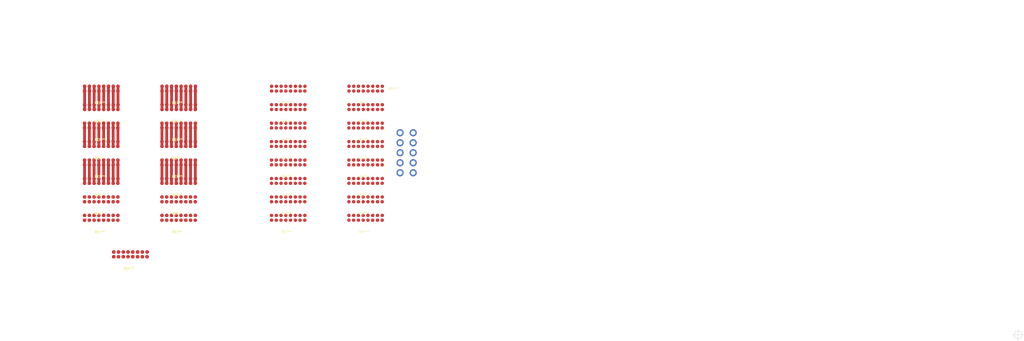
<source format=kicad_pcb>
(kicad_pcb (version 4) (host pcbnew 4.0.4-stable)

  (general
    (links 0)
    (no_connects 0)
    (area -18.263999 -7.78 411.948 108.164)
    (thickness 1.6)
    (drawings 13)
    (tracks 54)
    (zones 0)
    (modules 53)
    (nets 1)
  )

  (page A4)
  (layers
    (0 F.Cu signal)
    (31 B.Cu signal)
    (32 B.Adhes user)
    (33 F.Adhes user)
    (34 B.Paste user)
    (35 F.Paste user)
    (36 B.SilkS user)
    (37 F.SilkS user hide)
    (38 B.Mask user)
    (39 F.Mask user)
    (40 Dwgs.User user)
    (41 Cmts.User user)
    (42 Eco1.User user)
    (43 Eco2.User user)
    (44 Edge.Cuts user)
    (45 Margin user)
    (46 B.CrtYd user)
    (47 F.CrtYd user)
    (48 B.Fab user)
    (49 F.Fab user hide)
  )

  (setup
    (last_trace_width 0.25)
    (trace_clearance 0.2)
    (zone_clearance 0.508)
    (zone_45_only no)
    (trace_min 0.2)
    (segment_width 0.2)
    (edge_width 0.15)
    (via_size 0.6)
    (via_drill 0.4)
    (via_min_size 0.4)
    (via_min_drill 0.3)
    (uvia_size 0.3)
    (uvia_drill 0.1)
    (uvias_allowed no)
    (uvia_min_size 0.2)
    (uvia_min_drill 0.1)
    (pcb_text_width 0.3)
    (pcb_text_size 1.5 1.5)
    (mod_edge_width 0.15)
    (mod_text_size 1 1)
    (mod_text_width 0.15)
    (pad_size 1.524 1.524)
    (pad_drill 0.762)
    (pad_to_mask_clearance 0.2)
    (aux_axis_origin 0 0)
    (visible_elements 7FFFFFFF)
    (pcbplotparams
      (layerselection 0x00030_80000001)
      (usegerberextensions false)
      (excludeedgelayer true)
      (linewidth 0.100000)
      (plotframeref false)
      (viasonmask false)
      (mode 1)
      (useauxorigin false)
      (hpglpennumber 1)
      (hpglpenspeed 20)
      (hpglpendiameter 15)
      (hpglpenoverlay 2)
      (psnegative false)
      (psa4output false)
      (plotreference true)
      (plotvalue true)
      (plotinvisibletext false)
      (padsonsilk false)
      (subtractmaskfromsilk false)
      (outputformat 1)
      (mirror false)
      (drillshape 1)
      (scaleselection 1)
      (outputdirectory ""))
  )

  (net 0 "")

  (net_class Default "This is the default net class."
    (clearance 0.2)
    (trace_width 0.25)
    (via_dia 0.6)
    (via_drill 0.4)
    (uvia_dia 0.3)
    (uvia_drill 0.1)
  )

  (module Mill-Max_Series838-2_2x18x1.42mm_SMD (layer F.Cu) (tedit 5A75EB36) (tstamp 5A760351)
    (at 134.846 7.62)
    (fp_text reference REF** (at 0 0.635) (layer F.SilkS)
      (effects (font (size 1 1) (thickness 0.15)))
    )
    (fp_text value Mill-Max_Series838-2_2x18x1.42mm (at 0 -0.5) (layer F.Fab)
      (effects (font (size 1 1) (thickness 0.15)))
    )
    (pad 1 smd circle (at -6.35 -6.35) (size 1.43 1.43) (layers F.Cu F.Paste F.Mask))
    (pad 2 smd circle (at -4.35 -6.35) (size 1.43 1.43) (layers F.Cu F.Paste F.Mask))
    (pad 3 smd circle (at -2.35 -6.35) (size 1.43 1.43) (layers F.Cu F.Paste F.Mask))
    (pad 4 smd circle (at -0.35 -6.35) (size 1.43 1.43) (layers F.Cu F.Paste F.Mask))
    (pad 5 smd circle (at 1.65 -6.35) (size 1.43 1.43) (layers F.Cu F.Paste F.Mask))
    (pad 6 smd circle (at 3.65 -6.35) (size 1.43 1.43) (layers F.Cu F.Paste F.Mask))
    (pad 7 smd circle (at 5.65 -6.35) (size 1.43 1.43) (layers F.Cu F.Paste F.Mask))
    (pad 8 smd circle (at 7.65 -6.35) (size 1.43 1.43) (layers F.Cu F.Paste F.Mask))
    (pad 9 smd circle (at -6.35 -4.35) (size 1.43 1.43) (layers F.Cu F.Paste F.Mask))
    (pad 10 smd circle (at -4.35 -4.35) (size 1.43 1.43) (layers F.Cu F.Paste F.Mask))
    (pad 11 smd circle (at -2.35 -4.35) (size 1.43 1.43) (layers F.Cu F.Paste F.Mask))
    (pad 12 smd circle (at -0.35 -4.35) (size 1.43 1.43) (layers F.Cu F.Paste F.Mask))
    (pad 13 smd circle (at 1.65 -4.35) (size 1.43 1.43) (layers F.Cu F.Paste F.Mask))
    (pad 14 smd circle (at 3.65 -4.35) (size 1.43 1.43) (layers F.Cu F.Paste F.Mask))
    (pad 15 smd circle (at 5.65 -4.35) (size 1.43 1.43) (layers F.Cu F.Paste F.Mask))
    (pad 16 smd circle (at 7.62 -4.35) (size 1.43 1.43) (layers F.Cu F.Paste F.Mask))
  )

  (module Mill-Max_Series838-2_2x18x1.42mm_SMD (layer F.Cu) (tedit 5A75EB36) (tstamp 5A76033E)
    (at 134.846 15.37)
    (fp_text reference REF** (at 0 0.635) (layer F.SilkS)
      (effects (font (size 1 1) (thickness 0.15)))
    )
    (fp_text value Mill-Max_Series838-2_2x18x1.42mm (at 0 -0.5) (layer F.Fab)
      (effects (font (size 1 1) (thickness 0.15)))
    )
    (pad 1 smd circle (at -6.35 -6.35) (size 1.43 1.43) (layers F.Cu F.Paste F.Mask))
    (pad 2 smd circle (at -4.35 -6.35) (size 1.43 1.43) (layers F.Cu F.Paste F.Mask))
    (pad 3 smd circle (at -2.35 -6.35) (size 1.43 1.43) (layers F.Cu F.Paste F.Mask))
    (pad 4 smd circle (at -0.35 -6.35) (size 1.43 1.43) (layers F.Cu F.Paste F.Mask))
    (pad 5 smd circle (at 1.65 -6.35) (size 1.43 1.43) (layers F.Cu F.Paste F.Mask))
    (pad 6 smd circle (at 3.65 -6.35) (size 1.43 1.43) (layers F.Cu F.Paste F.Mask))
    (pad 7 smd circle (at 5.65 -6.35) (size 1.43 1.43) (layers F.Cu F.Paste F.Mask))
    (pad 8 smd circle (at 7.65 -6.35) (size 1.43 1.43) (layers F.Cu F.Paste F.Mask))
    (pad 9 smd circle (at -6.35 -4.35) (size 1.43 1.43) (layers F.Cu F.Paste F.Mask))
    (pad 10 smd circle (at -4.35 -4.35) (size 1.43 1.43) (layers F.Cu F.Paste F.Mask))
    (pad 11 smd circle (at -2.35 -4.35) (size 1.43 1.43) (layers F.Cu F.Paste F.Mask))
    (pad 12 smd circle (at -0.35 -4.35) (size 1.43 1.43) (layers F.Cu F.Paste F.Mask))
    (pad 13 smd circle (at 1.65 -4.35) (size 1.43 1.43) (layers F.Cu F.Paste F.Mask))
    (pad 14 smd circle (at 3.65 -4.35) (size 1.43 1.43) (layers F.Cu F.Paste F.Mask))
    (pad 15 smd circle (at 5.65 -4.35) (size 1.43 1.43) (layers F.Cu F.Paste F.Mask))
    (pad 16 smd circle (at 7.62 -4.35) (size 1.43 1.43) (layers F.Cu F.Paste F.Mask))
  )

  (module Mill-Max_Series838-2_2x18x1.42mm_SMD (layer F.Cu) (tedit 5A75EB36) (tstamp 5A76032B)
    (at 134.814 23.12)
    (fp_text reference REF** (at 0 0.635) (layer F.SilkS)
      (effects (font (size 1 1) (thickness 0.15)))
    )
    (fp_text value Mill-Max_Series838-2_2x18x1.42mm (at 0 -0.5) (layer F.Fab)
      (effects (font (size 1 1) (thickness 0.15)))
    )
    (pad 1 smd circle (at -6.35 -6.35) (size 1.43 1.43) (layers F.Cu F.Paste F.Mask))
    (pad 2 smd circle (at -4.35 -6.35) (size 1.43 1.43) (layers F.Cu F.Paste F.Mask))
    (pad 3 smd circle (at -2.35 -6.35) (size 1.43 1.43) (layers F.Cu F.Paste F.Mask))
    (pad 4 smd circle (at -0.35 -6.35) (size 1.43 1.43) (layers F.Cu F.Paste F.Mask))
    (pad 5 smd circle (at 1.65 -6.35) (size 1.43 1.43) (layers F.Cu F.Paste F.Mask))
    (pad 6 smd circle (at 3.65 -6.35) (size 1.43 1.43) (layers F.Cu F.Paste F.Mask))
    (pad 7 smd circle (at 5.65 -6.35) (size 1.43 1.43) (layers F.Cu F.Paste F.Mask))
    (pad 8 smd circle (at 7.65 -6.35) (size 1.43 1.43) (layers F.Cu F.Paste F.Mask))
    (pad 9 smd circle (at -6.35 -4.35) (size 1.43 1.43) (layers F.Cu F.Paste F.Mask))
    (pad 10 smd circle (at -4.35 -4.35) (size 1.43 1.43) (layers F.Cu F.Paste F.Mask))
    (pad 11 smd circle (at -2.35 -4.35) (size 1.43 1.43) (layers F.Cu F.Paste F.Mask))
    (pad 12 smd circle (at -0.35 -4.35) (size 1.43 1.43) (layers F.Cu F.Paste F.Mask))
    (pad 13 smd circle (at 1.65 -4.35) (size 1.43 1.43) (layers F.Cu F.Paste F.Mask))
    (pad 14 smd circle (at 3.65 -4.35) (size 1.43 1.43) (layers F.Cu F.Paste F.Mask))
    (pad 15 smd circle (at 5.65 -4.35) (size 1.43 1.43) (layers F.Cu F.Paste F.Mask))
    (pad 16 smd circle (at 7.62 -4.35) (size 1.43 1.43) (layers F.Cu F.Paste F.Mask))
  )

  (module Mill-Max_Series838-2_2x18x1.42mm_SMD (layer F.Cu) (tedit 5A75EB36) (tstamp 5A760318)
    (at 134.814 30.864)
    (fp_text reference REF** (at 0 0.635) (layer F.SilkS)
      (effects (font (size 1 1) (thickness 0.15)))
    )
    (fp_text value Mill-Max_Series838-2_2x18x1.42mm (at 0 -0.5) (layer F.Fab)
      (effects (font (size 1 1) (thickness 0.15)))
    )
    (pad 1 smd circle (at -6.35 -6.35) (size 1.43 1.43) (layers F.Cu F.Paste F.Mask))
    (pad 2 smd circle (at -4.35 -6.35) (size 1.43 1.43) (layers F.Cu F.Paste F.Mask))
    (pad 3 smd circle (at -2.35 -6.35) (size 1.43 1.43) (layers F.Cu F.Paste F.Mask))
    (pad 4 smd circle (at -0.35 -6.35) (size 1.43 1.43) (layers F.Cu F.Paste F.Mask))
    (pad 5 smd circle (at 1.65 -6.35) (size 1.43 1.43) (layers F.Cu F.Paste F.Mask))
    (pad 6 smd circle (at 3.65 -6.35) (size 1.43 1.43) (layers F.Cu F.Paste F.Mask))
    (pad 7 smd circle (at 5.65 -6.35) (size 1.43 1.43) (layers F.Cu F.Paste F.Mask))
    (pad 8 smd circle (at 7.65 -6.35) (size 1.43 1.43) (layers F.Cu F.Paste F.Mask))
    (pad 9 smd circle (at -6.35 -4.35) (size 1.43 1.43) (layers F.Cu F.Paste F.Mask))
    (pad 10 smd circle (at -4.35 -4.35) (size 1.43 1.43) (layers F.Cu F.Paste F.Mask))
    (pad 11 smd circle (at -2.35 -4.35) (size 1.43 1.43) (layers F.Cu F.Paste F.Mask))
    (pad 12 smd circle (at -0.35 -4.35) (size 1.43 1.43) (layers F.Cu F.Paste F.Mask))
    (pad 13 smd circle (at 1.65 -4.35) (size 1.43 1.43) (layers F.Cu F.Paste F.Mask))
    (pad 14 smd circle (at 3.65 -4.35) (size 1.43 1.43) (layers F.Cu F.Paste F.Mask))
    (pad 15 smd circle (at 5.65 -4.35) (size 1.43 1.43) (layers F.Cu F.Paste F.Mask))
    (pad 16 smd circle (at 7.62 -4.35) (size 1.43 1.43) (layers F.Cu F.Paste F.Mask))
  )

  (module Mill-Max_Series838-2_2x18x1.42mm_SMD (layer F.Cu) (tedit 5A75EB36) (tstamp 5A760305)
    (at 134.814 38.614)
    (fp_text reference REF** (at 0 0.635) (layer F.SilkS)
      (effects (font (size 1 1) (thickness 0.15)))
    )
    (fp_text value Mill-Max_Series838-2_2x18x1.42mm (at 0 -0.5) (layer F.Fab)
      (effects (font (size 1 1) (thickness 0.15)))
    )
    (pad 1 smd circle (at -6.35 -6.35) (size 1.43 1.43) (layers F.Cu F.Paste F.Mask))
    (pad 2 smd circle (at -4.35 -6.35) (size 1.43 1.43) (layers F.Cu F.Paste F.Mask))
    (pad 3 smd circle (at -2.35 -6.35) (size 1.43 1.43) (layers F.Cu F.Paste F.Mask))
    (pad 4 smd circle (at -0.35 -6.35) (size 1.43 1.43) (layers F.Cu F.Paste F.Mask))
    (pad 5 smd circle (at 1.65 -6.35) (size 1.43 1.43) (layers F.Cu F.Paste F.Mask))
    (pad 6 smd circle (at 3.65 -6.35) (size 1.43 1.43) (layers F.Cu F.Paste F.Mask))
    (pad 7 smd circle (at 5.65 -6.35) (size 1.43 1.43) (layers F.Cu F.Paste F.Mask))
    (pad 8 smd circle (at 7.65 -6.35) (size 1.43 1.43) (layers F.Cu F.Paste F.Mask))
    (pad 9 smd circle (at -6.35 -4.35) (size 1.43 1.43) (layers F.Cu F.Paste F.Mask))
    (pad 10 smd circle (at -4.35 -4.35) (size 1.43 1.43) (layers F.Cu F.Paste F.Mask))
    (pad 11 smd circle (at -2.35 -4.35) (size 1.43 1.43) (layers F.Cu F.Paste F.Mask))
    (pad 12 smd circle (at -0.35 -4.35) (size 1.43 1.43) (layers F.Cu F.Paste F.Mask))
    (pad 13 smd circle (at 1.65 -4.35) (size 1.43 1.43) (layers F.Cu F.Paste F.Mask))
    (pad 14 smd circle (at 3.65 -4.35) (size 1.43 1.43) (layers F.Cu F.Paste F.Mask))
    (pad 15 smd circle (at 5.65 -4.35) (size 1.43 1.43) (layers F.Cu F.Paste F.Mask))
    (pad 16 smd circle (at 7.62 -4.35) (size 1.43 1.43) (layers F.Cu F.Paste F.Mask))
  )

  (module Mill-Max_Series838-2_2x18x1.42mm_SMD (layer F.Cu) (tedit 5A75EB36) (tstamp 5A7602F2)
    (at 134.814 46.358)
    (fp_text reference REF** (at 0 0.635) (layer F.SilkS)
      (effects (font (size 1 1) (thickness 0.15)))
    )
    (fp_text value Mill-Max_Series838-2_2x18x1.42mm (at 0 -0.5) (layer F.Fab)
      (effects (font (size 1 1) (thickness 0.15)))
    )
    (pad 1 smd circle (at -6.35 -6.35) (size 1.43 1.43) (layers F.Cu F.Paste F.Mask))
    (pad 2 smd circle (at -4.35 -6.35) (size 1.43 1.43) (layers F.Cu F.Paste F.Mask))
    (pad 3 smd circle (at -2.35 -6.35) (size 1.43 1.43) (layers F.Cu F.Paste F.Mask))
    (pad 4 smd circle (at -0.35 -6.35) (size 1.43 1.43) (layers F.Cu F.Paste F.Mask))
    (pad 5 smd circle (at 1.65 -6.35) (size 1.43 1.43) (layers F.Cu F.Paste F.Mask))
    (pad 6 smd circle (at 3.65 -6.35) (size 1.43 1.43) (layers F.Cu F.Paste F.Mask))
    (pad 7 smd circle (at 5.65 -6.35) (size 1.43 1.43) (layers F.Cu F.Paste F.Mask))
    (pad 8 smd circle (at 7.65 -6.35) (size 1.43 1.43) (layers F.Cu F.Paste F.Mask))
    (pad 9 smd circle (at -6.35 -4.35) (size 1.43 1.43) (layers F.Cu F.Paste F.Mask))
    (pad 10 smd circle (at -4.35 -4.35) (size 1.43 1.43) (layers F.Cu F.Paste F.Mask))
    (pad 11 smd circle (at -2.35 -4.35) (size 1.43 1.43) (layers F.Cu F.Paste F.Mask))
    (pad 12 smd circle (at -0.35 -4.35) (size 1.43 1.43) (layers F.Cu F.Paste F.Mask))
    (pad 13 smd circle (at 1.65 -4.35) (size 1.43 1.43) (layers F.Cu F.Paste F.Mask))
    (pad 14 smd circle (at 3.65 -4.35) (size 1.43 1.43) (layers F.Cu F.Paste F.Mask))
    (pad 15 smd circle (at 5.65 -4.35) (size 1.43 1.43) (layers F.Cu F.Paste F.Mask))
    (pad 16 smd circle (at 7.62 -4.35) (size 1.43 1.43) (layers F.Cu F.Paste F.Mask))
  )

  (module Mill-Max_Series838-2_2x18x1.42mm_SMD (layer F.Cu) (tedit 5A75EB36) (tstamp 5A7602DF)
    (at 134.814 54.108)
    (fp_text reference REF** (at 0 0.635) (layer F.SilkS)
      (effects (font (size 1 1) (thickness 0.15)))
    )
    (fp_text value Mill-Max_Series838-2_2x18x1.42mm (at 0 -0.5) (layer F.Fab)
      (effects (font (size 1 1) (thickness 0.15)))
    )
    (pad 1 smd circle (at -6.35 -6.35) (size 1.43 1.43) (layers F.Cu F.Paste F.Mask))
    (pad 2 smd circle (at -4.35 -6.35) (size 1.43 1.43) (layers F.Cu F.Paste F.Mask))
    (pad 3 smd circle (at -2.35 -6.35) (size 1.43 1.43) (layers F.Cu F.Paste F.Mask))
    (pad 4 smd circle (at -0.35 -6.35) (size 1.43 1.43) (layers F.Cu F.Paste F.Mask))
    (pad 5 smd circle (at 1.65 -6.35) (size 1.43 1.43) (layers F.Cu F.Paste F.Mask))
    (pad 6 smd circle (at 3.65 -6.35) (size 1.43 1.43) (layers F.Cu F.Paste F.Mask))
    (pad 7 smd circle (at 5.65 -6.35) (size 1.43 1.43) (layers F.Cu F.Paste F.Mask))
    (pad 8 smd circle (at 7.65 -6.35) (size 1.43 1.43) (layers F.Cu F.Paste F.Mask))
    (pad 9 smd circle (at -6.35 -4.35) (size 1.43 1.43) (layers F.Cu F.Paste F.Mask))
    (pad 10 smd circle (at -4.35 -4.35) (size 1.43 1.43) (layers F.Cu F.Paste F.Mask))
    (pad 11 smd circle (at -2.35 -4.35) (size 1.43 1.43) (layers F.Cu F.Paste F.Mask))
    (pad 12 smd circle (at -0.35 -4.35) (size 1.43 1.43) (layers F.Cu F.Paste F.Mask))
    (pad 13 smd circle (at 1.65 -4.35) (size 1.43 1.43) (layers F.Cu F.Paste F.Mask))
    (pad 14 smd circle (at 3.65 -4.35) (size 1.43 1.43) (layers F.Cu F.Paste F.Mask))
    (pad 15 smd circle (at 5.65 -4.35) (size 1.43 1.43) (layers F.Cu F.Paste F.Mask))
    (pad 16 smd circle (at 7.62 -4.35) (size 1.43 1.43) (layers F.Cu F.Paste F.Mask))
  )

  (module Mill-Max_Series838-2_2x18x1.42mm_SMD (layer F.Cu) (tedit 5A75EB36) (tstamp 5A7602CC)
    (at 134.814 61.852)
    (fp_text reference REF** (at 0 0.635) (layer F.SilkS)
      (effects (font (size 1 1) (thickness 0.15)))
    )
    (fp_text value Mill-Max_Series838-2_2x18x1.42mm (at 0 -0.5) (layer F.Fab)
      (effects (font (size 1 1) (thickness 0.15)))
    )
    (pad 1 smd circle (at -6.35 -6.35) (size 1.43 1.43) (layers F.Cu F.Paste F.Mask))
    (pad 2 smd circle (at -4.35 -6.35) (size 1.43 1.43) (layers F.Cu F.Paste F.Mask))
    (pad 3 smd circle (at -2.35 -6.35) (size 1.43 1.43) (layers F.Cu F.Paste F.Mask))
    (pad 4 smd circle (at -0.35 -6.35) (size 1.43 1.43) (layers F.Cu F.Paste F.Mask))
    (pad 5 smd circle (at 1.65 -6.35) (size 1.43 1.43) (layers F.Cu F.Paste F.Mask))
    (pad 6 smd circle (at 3.65 -6.35) (size 1.43 1.43) (layers F.Cu F.Paste F.Mask))
    (pad 7 smd circle (at 5.65 -6.35) (size 1.43 1.43) (layers F.Cu F.Paste F.Mask))
    (pad 8 smd circle (at 7.65 -6.35) (size 1.43 1.43) (layers F.Cu F.Paste F.Mask))
    (pad 9 smd circle (at -6.35 -4.35) (size 1.43 1.43) (layers F.Cu F.Paste F.Mask))
    (pad 10 smd circle (at -4.35 -4.35) (size 1.43 1.43) (layers F.Cu F.Paste F.Mask))
    (pad 11 smd circle (at -2.35 -4.35) (size 1.43 1.43) (layers F.Cu F.Paste F.Mask))
    (pad 12 smd circle (at -0.35 -4.35) (size 1.43 1.43) (layers F.Cu F.Paste F.Mask))
    (pad 13 smd circle (at 1.65 -4.35) (size 1.43 1.43) (layers F.Cu F.Paste F.Mask))
    (pad 14 smd circle (at 3.65 -4.35) (size 1.43 1.43) (layers F.Cu F.Paste F.Mask))
    (pad 15 smd circle (at 5.65 -4.35) (size 1.43 1.43) (layers F.Cu F.Paste F.Mask))
    (pad 16 smd circle (at 7.62 -4.35) (size 1.43 1.43) (layers F.Cu F.Paste F.Mask))
  )

  (module Mill-Max_Series838-2_2x18x1.42mm_SMD (layer F.Cu) (tedit 5A75EB36) (tstamp 5A7602B9)
    (at 102.314 61.852)
    (fp_text reference REF** (at 0 0.635) (layer F.SilkS)
      (effects (font (size 1 1) (thickness 0.15)))
    )
    (fp_text value Mill-Max_Series838-2_2x18x1.42mm (at 0 -0.5) (layer F.Fab)
      (effects (font (size 1 1) (thickness 0.15)))
    )
    (pad 1 smd circle (at -6.35 -6.35) (size 1.43 1.43) (layers F.Cu F.Paste F.Mask))
    (pad 2 smd circle (at -4.35 -6.35) (size 1.43 1.43) (layers F.Cu F.Paste F.Mask))
    (pad 3 smd circle (at -2.35 -6.35) (size 1.43 1.43) (layers F.Cu F.Paste F.Mask))
    (pad 4 smd circle (at -0.35 -6.35) (size 1.43 1.43) (layers F.Cu F.Paste F.Mask))
    (pad 5 smd circle (at 1.65 -6.35) (size 1.43 1.43) (layers F.Cu F.Paste F.Mask))
    (pad 6 smd circle (at 3.65 -6.35) (size 1.43 1.43) (layers F.Cu F.Paste F.Mask))
    (pad 7 smd circle (at 5.65 -6.35) (size 1.43 1.43) (layers F.Cu F.Paste F.Mask))
    (pad 8 smd circle (at 7.65 -6.35) (size 1.43 1.43) (layers F.Cu F.Paste F.Mask))
    (pad 9 smd circle (at -6.35 -4.35) (size 1.43 1.43) (layers F.Cu F.Paste F.Mask))
    (pad 10 smd circle (at -4.35 -4.35) (size 1.43 1.43) (layers F.Cu F.Paste F.Mask))
    (pad 11 smd circle (at -2.35 -4.35) (size 1.43 1.43) (layers F.Cu F.Paste F.Mask))
    (pad 12 smd circle (at -0.35 -4.35) (size 1.43 1.43) (layers F.Cu F.Paste F.Mask))
    (pad 13 smd circle (at 1.65 -4.35) (size 1.43 1.43) (layers F.Cu F.Paste F.Mask))
    (pad 14 smd circle (at 3.65 -4.35) (size 1.43 1.43) (layers F.Cu F.Paste F.Mask))
    (pad 15 smd circle (at 5.65 -4.35) (size 1.43 1.43) (layers F.Cu F.Paste F.Mask))
    (pad 16 smd circle (at 7.62 -4.35) (size 1.43 1.43) (layers F.Cu F.Paste F.Mask))
  )

  (module Mill-Max_Series838-2_2x18x1.42mm_SMD (layer F.Cu) (tedit 5A75EB36) (tstamp 5A7602A6)
    (at 102.314 54.108)
    (fp_text reference REF** (at 0 0.635) (layer F.SilkS)
      (effects (font (size 1 1) (thickness 0.15)))
    )
    (fp_text value Mill-Max_Series838-2_2x18x1.42mm (at 0 -0.5) (layer F.Fab)
      (effects (font (size 1 1) (thickness 0.15)))
    )
    (pad 1 smd circle (at -6.35 -6.35) (size 1.43 1.43) (layers F.Cu F.Paste F.Mask))
    (pad 2 smd circle (at -4.35 -6.35) (size 1.43 1.43) (layers F.Cu F.Paste F.Mask))
    (pad 3 smd circle (at -2.35 -6.35) (size 1.43 1.43) (layers F.Cu F.Paste F.Mask))
    (pad 4 smd circle (at -0.35 -6.35) (size 1.43 1.43) (layers F.Cu F.Paste F.Mask))
    (pad 5 smd circle (at 1.65 -6.35) (size 1.43 1.43) (layers F.Cu F.Paste F.Mask))
    (pad 6 smd circle (at 3.65 -6.35) (size 1.43 1.43) (layers F.Cu F.Paste F.Mask))
    (pad 7 smd circle (at 5.65 -6.35) (size 1.43 1.43) (layers F.Cu F.Paste F.Mask))
    (pad 8 smd circle (at 7.65 -6.35) (size 1.43 1.43) (layers F.Cu F.Paste F.Mask))
    (pad 9 smd circle (at -6.35 -4.35) (size 1.43 1.43) (layers F.Cu F.Paste F.Mask))
    (pad 10 smd circle (at -4.35 -4.35) (size 1.43 1.43) (layers F.Cu F.Paste F.Mask))
    (pad 11 smd circle (at -2.35 -4.35) (size 1.43 1.43) (layers F.Cu F.Paste F.Mask))
    (pad 12 smd circle (at -0.35 -4.35) (size 1.43 1.43) (layers F.Cu F.Paste F.Mask))
    (pad 13 smd circle (at 1.65 -4.35) (size 1.43 1.43) (layers F.Cu F.Paste F.Mask))
    (pad 14 smd circle (at 3.65 -4.35) (size 1.43 1.43) (layers F.Cu F.Paste F.Mask))
    (pad 15 smd circle (at 5.65 -4.35) (size 1.43 1.43) (layers F.Cu F.Paste F.Mask))
    (pad 16 smd circle (at 7.62 -4.35) (size 1.43 1.43) (layers F.Cu F.Paste F.Mask))
  )

  (module Mill-Max_Series838-2_2x18x1.42mm_SMD (layer F.Cu) (tedit 5A75EB36) (tstamp 5A760293)
    (at 102.314 46.358)
    (fp_text reference REF** (at 0 0.635) (layer F.SilkS)
      (effects (font (size 1 1) (thickness 0.15)))
    )
    (fp_text value Mill-Max_Series838-2_2x18x1.42mm (at 0 -0.5) (layer F.Fab)
      (effects (font (size 1 1) (thickness 0.15)))
    )
    (pad 1 smd circle (at -6.35 -6.35) (size 1.43 1.43) (layers F.Cu F.Paste F.Mask))
    (pad 2 smd circle (at -4.35 -6.35) (size 1.43 1.43) (layers F.Cu F.Paste F.Mask))
    (pad 3 smd circle (at -2.35 -6.35) (size 1.43 1.43) (layers F.Cu F.Paste F.Mask))
    (pad 4 smd circle (at -0.35 -6.35) (size 1.43 1.43) (layers F.Cu F.Paste F.Mask))
    (pad 5 smd circle (at 1.65 -6.35) (size 1.43 1.43) (layers F.Cu F.Paste F.Mask))
    (pad 6 smd circle (at 3.65 -6.35) (size 1.43 1.43) (layers F.Cu F.Paste F.Mask))
    (pad 7 smd circle (at 5.65 -6.35) (size 1.43 1.43) (layers F.Cu F.Paste F.Mask))
    (pad 8 smd circle (at 7.65 -6.35) (size 1.43 1.43) (layers F.Cu F.Paste F.Mask))
    (pad 9 smd circle (at -6.35 -4.35) (size 1.43 1.43) (layers F.Cu F.Paste F.Mask))
    (pad 10 smd circle (at -4.35 -4.35) (size 1.43 1.43) (layers F.Cu F.Paste F.Mask))
    (pad 11 smd circle (at -2.35 -4.35) (size 1.43 1.43) (layers F.Cu F.Paste F.Mask))
    (pad 12 smd circle (at -0.35 -4.35) (size 1.43 1.43) (layers F.Cu F.Paste F.Mask))
    (pad 13 smd circle (at 1.65 -4.35) (size 1.43 1.43) (layers F.Cu F.Paste F.Mask))
    (pad 14 smd circle (at 3.65 -4.35) (size 1.43 1.43) (layers F.Cu F.Paste F.Mask))
    (pad 15 smd circle (at 5.65 -4.35) (size 1.43 1.43) (layers F.Cu F.Paste F.Mask))
    (pad 16 smd circle (at 7.62 -4.35) (size 1.43 1.43) (layers F.Cu F.Paste F.Mask))
  )

  (module Mill-Max_Series838-2_2x18x1.42mm_SMD (layer F.Cu) (tedit 5A75EB36) (tstamp 5A760280)
    (at 102.314 38.614)
    (fp_text reference REF** (at 0 0.635) (layer F.SilkS)
      (effects (font (size 1 1) (thickness 0.15)))
    )
    (fp_text value Mill-Max_Series838-2_2x18x1.42mm (at 0 -0.5) (layer F.Fab)
      (effects (font (size 1 1) (thickness 0.15)))
    )
    (pad 1 smd circle (at -6.35 -6.35) (size 1.43 1.43) (layers F.Cu F.Paste F.Mask))
    (pad 2 smd circle (at -4.35 -6.35) (size 1.43 1.43) (layers F.Cu F.Paste F.Mask))
    (pad 3 smd circle (at -2.35 -6.35) (size 1.43 1.43) (layers F.Cu F.Paste F.Mask))
    (pad 4 smd circle (at -0.35 -6.35) (size 1.43 1.43) (layers F.Cu F.Paste F.Mask))
    (pad 5 smd circle (at 1.65 -6.35) (size 1.43 1.43) (layers F.Cu F.Paste F.Mask))
    (pad 6 smd circle (at 3.65 -6.35) (size 1.43 1.43) (layers F.Cu F.Paste F.Mask))
    (pad 7 smd circle (at 5.65 -6.35) (size 1.43 1.43) (layers F.Cu F.Paste F.Mask))
    (pad 8 smd circle (at 7.65 -6.35) (size 1.43 1.43) (layers F.Cu F.Paste F.Mask))
    (pad 9 smd circle (at -6.35 -4.35) (size 1.43 1.43) (layers F.Cu F.Paste F.Mask))
    (pad 10 smd circle (at -4.35 -4.35) (size 1.43 1.43) (layers F.Cu F.Paste F.Mask))
    (pad 11 smd circle (at -2.35 -4.35) (size 1.43 1.43) (layers F.Cu F.Paste F.Mask))
    (pad 12 smd circle (at -0.35 -4.35) (size 1.43 1.43) (layers F.Cu F.Paste F.Mask))
    (pad 13 smd circle (at 1.65 -4.35) (size 1.43 1.43) (layers F.Cu F.Paste F.Mask))
    (pad 14 smd circle (at 3.65 -4.35) (size 1.43 1.43) (layers F.Cu F.Paste F.Mask))
    (pad 15 smd circle (at 5.65 -4.35) (size 1.43 1.43) (layers F.Cu F.Paste F.Mask))
    (pad 16 smd circle (at 7.62 -4.35) (size 1.43 1.43) (layers F.Cu F.Paste F.Mask))
  )

  (module Mill-Max_Series838-2_2x18x1.42mm_SMD (layer F.Cu) (tedit 5A75EB36) (tstamp 5A76026D)
    (at 102.314 30.864)
    (fp_text reference REF** (at 0 0.635) (layer F.SilkS)
      (effects (font (size 1 1) (thickness 0.15)))
    )
    (fp_text value Mill-Max_Series838-2_2x18x1.42mm (at 0 -0.5) (layer F.Fab)
      (effects (font (size 1 1) (thickness 0.15)))
    )
    (pad 1 smd circle (at -6.35 -6.35) (size 1.43 1.43) (layers F.Cu F.Paste F.Mask))
    (pad 2 smd circle (at -4.35 -6.35) (size 1.43 1.43) (layers F.Cu F.Paste F.Mask))
    (pad 3 smd circle (at -2.35 -6.35) (size 1.43 1.43) (layers F.Cu F.Paste F.Mask))
    (pad 4 smd circle (at -0.35 -6.35) (size 1.43 1.43) (layers F.Cu F.Paste F.Mask))
    (pad 5 smd circle (at 1.65 -6.35) (size 1.43 1.43) (layers F.Cu F.Paste F.Mask))
    (pad 6 smd circle (at 3.65 -6.35) (size 1.43 1.43) (layers F.Cu F.Paste F.Mask))
    (pad 7 smd circle (at 5.65 -6.35) (size 1.43 1.43) (layers F.Cu F.Paste F.Mask))
    (pad 8 smd circle (at 7.65 -6.35) (size 1.43 1.43) (layers F.Cu F.Paste F.Mask))
    (pad 9 smd circle (at -6.35 -4.35) (size 1.43 1.43) (layers F.Cu F.Paste F.Mask))
    (pad 10 smd circle (at -4.35 -4.35) (size 1.43 1.43) (layers F.Cu F.Paste F.Mask))
    (pad 11 smd circle (at -2.35 -4.35) (size 1.43 1.43) (layers F.Cu F.Paste F.Mask))
    (pad 12 smd circle (at -0.35 -4.35) (size 1.43 1.43) (layers F.Cu F.Paste F.Mask))
    (pad 13 smd circle (at 1.65 -4.35) (size 1.43 1.43) (layers F.Cu F.Paste F.Mask))
    (pad 14 smd circle (at 3.65 -4.35) (size 1.43 1.43) (layers F.Cu F.Paste F.Mask))
    (pad 15 smd circle (at 5.65 -4.35) (size 1.43 1.43) (layers F.Cu F.Paste F.Mask))
    (pad 16 smd circle (at 7.62 -4.35) (size 1.43 1.43) (layers F.Cu F.Paste F.Mask))
  )

  (module Mill-Max_Series838-2_2x18x1.42mm_SMD (layer F.Cu) (tedit 5A75EB36) (tstamp 5A76025A)
    (at 102.314 23.12)
    (fp_text reference REF** (at 0 0.635) (layer F.SilkS)
      (effects (font (size 1 1) (thickness 0.15)))
    )
    (fp_text value Mill-Max_Series838-2_2x18x1.42mm (at 0 -0.5) (layer F.Fab)
      (effects (font (size 1 1) (thickness 0.15)))
    )
    (pad 1 smd circle (at -6.35 -6.35) (size 1.43 1.43) (layers F.Cu F.Paste F.Mask))
    (pad 2 smd circle (at -4.35 -6.35) (size 1.43 1.43) (layers F.Cu F.Paste F.Mask))
    (pad 3 smd circle (at -2.35 -6.35) (size 1.43 1.43) (layers F.Cu F.Paste F.Mask))
    (pad 4 smd circle (at -0.35 -6.35) (size 1.43 1.43) (layers F.Cu F.Paste F.Mask))
    (pad 5 smd circle (at 1.65 -6.35) (size 1.43 1.43) (layers F.Cu F.Paste F.Mask))
    (pad 6 smd circle (at 3.65 -6.35) (size 1.43 1.43) (layers F.Cu F.Paste F.Mask))
    (pad 7 smd circle (at 5.65 -6.35) (size 1.43 1.43) (layers F.Cu F.Paste F.Mask))
    (pad 8 smd circle (at 7.65 -6.35) (size 1.43 1.43) (layers F.Cu F.Paste F.Mask))
    (pad 9 smd circle (at -6.35 -4.35) (size 1.43 1.43) (layers F.Cu F.Paste F.Mask))
    (pad 10 smd circle (at -4.35 -4.35) (size 1.43 1.43) (layers F.Cu F.Paste F.Mask))
    (pad 11 smd circle (at -2.35 -4.35) (size 1.43 1.43) (layers F.Cu F.Paste F.Mask))
    (pad 12 smd circle (at -0.35 -4.35) (size 1.43 1.43) (layers F.Cu F.Paste F.Mask))
    (pad 13 smd circle (at 1.65 -4.35) (size 1.43 1.43) (layers F.Cu F.Paste F.Mask))
    (pad 14 smd circle (at 3.65 -4.35) (size 1.43 1.43) (layers F.Cu F.Paste F.Mask))
    (pad 15 smd circle (at 5.65 -4.35) (size 1.43 1.43) (layers F.Cu F.Paste F.Mask))
    (pad 16 smd circle (at 7.62 -4.35) (size 1.43 1.43) (layers F.Cu F.Paste F.Mask))
  )

  (module Mill-Max_Series838-2_2x18x1.42mm_SMD (layer F.Cu) (tedit 5A75EB36) (tstamp 5A760247)
    (at 102.346 15.37)
    (fp_text reference REF** (at 0 0.635) (layer F.SilkS)
      (effects (font (size 1 1) (thickness 0.15)))
    )
    (fp_text value Mill-Max_Series838-2_2x18x1.42mm (at 0 -0.5) (layer F.Fab)
      (effects (font (size 1 1) (thickness 0.15)))
    )
    (pad 1 smd circle (at -6.35 -6.35) (size 1.43 1.43) (layers F.Cu F.Paste F.Mask))
    (pad 2 smd circle (at -4.35 -6.35) (size 1.43 1.43) (layers F.Cu F.Paste F.Mask))
    (pad 3 smd circle (at -2.35 -6.35) (size 1.43 1.43) (layers F.Cu F.Paste F.Mask))
    (pad 4 smd circle (at -0.35 -6.35) (size 1.43 1.43) (layers F.Cu F.Paste F.Mask))
    (pad 5 smd circle (at 1.65 -6.35) (size 1.43 1.43) (layers F.Cu F.Paste F.Mask))
    (pad 6 smd circle (at 3.65 -6.35) (size 1.43 1.43) (layers F.Cu F.Paste F.Mask))
    (pad 7 smd circle (at 5.65 -6.35) (size 1.43 1.43) (layers F.Cu F.Paste F.Mask))
    (pad 8 smd circle (at 7.65 -6.35) (size 1.43 1.43) (layers F.Cu F.Paste F.Mask))
    (pad 9 smd circle (at -6.35 -4.35) (size 1.43 1.43) (layers F.Cu F.Paste F.Mask))
    (pad 10 smd circle (at -4.35 -4.35) (size 1.43 1.43) (layers F.Cu F.Paste F.Mask))
    (pad 11 smd circle (at -2.35 -4.35) (size 1.43 1.43) (layers F.Cu F.Paste F.Mask))
    (pad 12 smd circle (at -0.35 -4.35) (size 1.43 1.43) (layers F.Cu F.Paste F.Mask))
    (pad 13 smd circle (at 1.65 -4.35) (size 1.43 1.43) (layers F.Cu F.Paste F.Mask))
    (pad 14 smd circle (at 3.65 -4.35) (size 1.43 1.43) (layers F.Cu F.Paste F.Mask))
    (pad 15 smd circle (at 5.65 -4.35) (size 1.43 1.43) (layers F.Cu F.Paste F.Mask))
    (pad 16 smd circle (at 7.62 -4.35) (size 1.43 1.43) (layers F.Cu F.Paste F.Mask))
  )

  (module Mill-Max_Series838-2_2x18x1.42mm_SMD (layer F.Cu) (tedit 5A75EB36) (tstamp 5A760234)
    (at 102.346 7.62)
    (fp_text reference REF** (at 0 0.635) (layer F.SilkS)
      (effects (font (size 1 1) (thickness 0.15)))
    )
    (fp_text value Mill-Max_Series838-2_2x18x1.42mm (at 0 -0.5) (layer F.Fab)
      (effects (font (size 1 1) (thickness 0.15)))
    )
    (pad 1 smd circle (at -6.35 -6.35) (size 1.43 1.43) (layers F.Cu F.Paste F.Mask))
    (pad 2 smd circle (at -4.35 -6.35) (size 1.43 1.43) (layers F.Cu F.Paste F.Mask))
    (pad 3 smd circle (at -2.35 -6.35) (size 1.43 1.43) (layers F.Cu F.Paste F.Mask))
    (pad 4 smd circle (at -0.35 -6.35) (size 1.43 1.43) (layers F.Cu F.Paste F.Mask))
    (pad 5 smd circle (at 1.65 -6.35) (size 1.43 1.43) (layers F.Cu F.Paste F.Mask))
    (pad 6 smd circle (at 3.65 -6.35) (size 1.43 1.43) (layers F.Cu F.Paste F.Mask))
    (pad 7 smd circle (at 5.65 -6.35) (size 1.43 1.43) (layers F.Cu F.Paste F.Mask))
    (pad 8 smd circle (at 7.65 -6.35) (size 1.43 1.43) (layers F.Cu F.Paste F.Mask))
    (pad 9 smd circle (at -6.35 -4.35) (size 1.43 1.43) (layers F.Cu F.Paste F.Mask))
    (pad 10 smd circle (at -4.35 -4.35) (size 1.43 1.43) (layers F.Cu F.Paste F.Mask))
    (pad 11 smd circle (at -2.35 -4.35) (size 1.43 1.43) (layers F.Cu F.Paste F.Mask))
    (pad 12 smd circle (at -0.35 -4.35) (size 1.43 1.43) (layers F.Cu F.Paste F.Mask))
    (pad 13 smd circle (at 1.65 -4.35) (size 1.43 1.43) (layers F.Cu F.Paste F.Mask))
    (pad 14 smd circle (at 3.65 -4.35) (size 1.43 1.43) (layers F.Cu F.Paste F.Mask))
    (pad 15 smd circle (at 5.65 -4.35) (size 1.43 1.43) (layers F.Cu F.Paste F.Mask))
    (pad 16 smd circle (at 7.62 -4.35) (size 1.43 1.43) (layers F.Cu F.Paste F.Mask))
  )

  (module Mill-Max_Series838-2_2x18x1.42mm_SMD (layer F.Cu) (tedit 5A75EB36) (tstamp 5A75FF8D)
    (at 56.346 7.62)
    (fp_text reference REF** (at 0 0.635) (layer F.SilkS)
      (effects (font (size 1 1) (thickness 0.15)))
    )
    (fp_text value Mill-Max_Series838-2_2x18x1.42mm (at 0 -0.5) (layer F.Fab)
      (effects (font (size 1 1) (thickness 0.15)))
    )
    (pad 1 smd circle (at -6.35 -6.35) (size 1.43 1.43) (layers F.Cu F.Paste F.Mask))
    (pad 2 smd circle (at -4.35 -6.35) (size 1.43 1.43) (layers F.Cu F.Paste F.Mask))
    (pad 3 smd circle (at -2.35 -6.35) (size 1.43 1.43) (layers F.Cu F.Paste F.Mask))
    (pad 4 smd circle (at -0.35 -6.35) (size 1.43 1.43) (layers F.Cu F.Paste F.Mask))
    (pad 5 smd circle (at 1.65 -6.35) (size 1.43 1.43) (layers F.Cu F.Paste F.Mask))
    (pad 6 smd circle (at 3.65 -6.35) (size 1.43 1.43) (layers F.Cu F.Paste F.Mask))
    (pad 7 smd circle (at 5.65 -6.35) (size 1.43 1.43) (layers F.Cu F.Paste F.Mask))
    (pad 8 smd circle (at 7.65 -6.35) (size 1.43 1.43) (layers F.Cu F.Paste F.Mask))
    (pad 9 smd circle (at -6.35 -4.35) (size 1.43 1.43) (layers F.Cu F.Paste F.Mask))
    (pad 10 smd circle (at -4.35 -4.35) (size 1.43 1.43) (layers F.Cu F.Paste F.Mask))
    (pad 11 smd circle (at -2.35 -4.35) (size 1.43 1.43) (layers F.Cu F.Paste F.Mask))
    (pad 12 smd circle (at -0.35 -4.35) (size 1.43 1.43) (layers F.Cu F.Paste F.Mask))
    (pad 13 smd circle (at 1.65 -4.35) (size 1.43 1.43) (layers F.Cu F.Paste F.Mask))
    (pad 14 smd circle (at 3.65 -4.35) (size 1.43 1.43) (layers F.Cu F.Paste F.Mask))
    (pad 15 smd circle (at 5.65 -4.35) (size 1.43 1.43) (layers F.Cu F.Paste F.Mask))
    (pad 16 smd circle (at 7.62 -4.35) (size 1.43 1.43) (layers F.Cu F.Paste F.Mask))
  )

  (module Mill-Max_Series838-2_2x18x1.42mm_SMD (layer F.Cu) (tedit 5A75EB36) (tstamp 5A75FF7A)
    (at 56.346 15.37)
    (fp_text reference REF** (at 0 0.635) (layer F.SilkS)
      (effects (font (size 1 1) (thickness 0.15)))
    )
    (fp_text value Mill-Max_Series838-2_2x18x1.42mm (at 0 -0.5) (layer F.Fab)
      (effects (font (size 1 1) (thickness 0.15)))
    )
    (pad 1 smd circle (at -6.35 -6.35) (size 1.43 1.43) (layers F.Cu F.Paste F.Mask))
    (pad 2 smd circle (at -4.35 -6.35) (size 1.43 1.43) (layers F.Cu F.Paste F.Mask))
    (pad 3 smd circle (at -2.35 -6.35) (size 1.43 1.43) (layers F.Cu F.Paste F.Mask))
    (pad 4 smd circle (at -0.35 -6.35) (size 1.43 1.43) (layers F.Cu F.Paste F.Mask))
    (pad 5 smd circle (at 1.65 -6.35) (size 1.43 1.43) (layers F.Cu F.Paste F.Mask))
    (pad 6 smd circle (at 3.65 -6.35) (size 1.43 1.43) (layers F.Cu F.Paste F.Mask))
    (pad 7 smd circle (at 5.65 -6.35) (size 1.43 1.43) (layers F.Cu F.Paste F.Mask))
    (pad 8 smd circle (at 7.65 -6.35) (size 1.43 1.43) (layers F.Cu F.Paste F.Mask))
    (pad 9 smd circle (at -6.35 -4.35) (size 1.43 1.43) (layers F.Cu F.Paste F.Mask))
    (pad 10 smd circle (at -4.35 -4.35) (size 1.43 1.43) (layers F.Cu F.Paste F.Mask))
    (pad 11 smd circle (at -2.35 -4.35) (size 1.43 1.43) (layers F.Cu F.Paste F.Mask))
    (pad 12 smd circle (at -0.35 -4.35) (size 1.43 1.43) (layers F.Cu F.Paste F.Mask))
    (pad 13 smd circle (at 1.65 -4.35) (size 1.43 1.43) (layers F.Cu F.Paste F.Mask))
    (pad 14 smd circle (at 3.65 -4.35) (size 1.43 1.43) (layers F.Cu F.Paste F.Mask))
    (pad 15 smd circle (at 5.65 -4.35) (size 1.43 1.43) (layers F.Cu F.Paste F.Mask))
    (pad 16 smd circle (at 7.62 -4.35) (size 1.43 1.43) (layers F.Cu F.Paste F.Mask))
  )

  (module Mill-Max_Series838-2_2x18x1.42mm_SMD (layer F.Cu) (tedit 5A75EB36) (tstamp 5A75FF67)
    (at 56.314 23.12)
    (fp_text reference REF** (at 0 0.635) (layer F.SilkS)
      (effects (font (size 1 1) (thickness 0.15)))
    )
    (fp_text value Mill-Max_Series838-2_2x18x1.42mm (at 0 -0.5) (layer F.Fab)
      (effects (font (size 1 1) (thickness 0.15)))
    )
    (pad 1 smd circle (at -6.35 -6.35) (size 1.43 1.43) (layers F.Cu F.Paste F.Mask))
    (pad 2 smd circle (at -4.35 -6.35) (size 1.43 1.43) (layers F.Cu F.Paste F.Mask))
    (pad 3 smd circle (at -2.35 -6.35) (size 1.43 1.43) (layers F.Cu F.Paste F.Mask))
    (pad 4 smd circle (at -0.35 -6.35) (size 1.43 1.43) (layers F.Cu F.Paste F.Mask))
    (pad 5 smd circle (at 1.65 -6.35) (size 1.43 1.43) (layers F.Cu F.Paste F.Mask))
    (pad 6 smd circle (at 3.65 -6.35) (size 1.43 1.43) (layers F.Cu F.Paste F.Mask))
    (pad 7 smd circle (at 5.65 -6.35) (size 1.43 1.43) (layers F.Cu F.Paste F.Mask))
    (pad 8 smd circle (at 7.65 -6.35) (size 1.43 1.43) (layers F.Cu F.Paste F.Mask))
    (pad 9 smd circle (at -6.35 -4.35) (size 1.43 1.43) (layers F.Cu F.Paste F.Mask))
    (pad 10 smd circle (at -4.35 -4.35) (size 1.43 1.43) (layers F.Cu F.Paste F.Mask))
    (pad 11 smd circle (at -2.35 -4.35) (size 1.43 1.43) (layers F.Cu F.Paste F.Mask))
    (pad 12 smd circle (at -0.35 -4.35) (size 1.43 1.43) (layers F.Cu F.Paste F.Mask))
    (pad 13 smd circle (at 1.65 -4.35) (size 1.43 1.43) (layers F.Cu F.Paste F.Mask))
    (pad 14 smd circle (at 3.65 -4.35) (size 1.43 1.43) (layers F.Cu F.Paste F.Mask))
    (pad 15 smd circle (at 5.65 -4.35) (size 1.43 1.43) (layers F.Cu F.Paste F.Mask))
    (pad 16 smd circle (at 7.62 -4.35) (size 1.43 1.43) (layers F.Cu F.Paste F.Mask))
  )

  (module Mill-Max_Series838-2_2x18x1.42mm_SMD (layer F.Cu) (tedit 5A75EB36) (tstamp 5A75FF54)
    (at 56.314 30.864)
    (fp_text reference REF** (at 0 0.635) (layer F.SilkS)
      (effects (font (size 1 1) (thickness 0.15)))
    )
    (fp_text value Mill-Max_Series838-2_2x18x1.42mm (at 0 -0.5) (layer F.Fab)
      (effects (font (size 1 1) (thickness 0.15)))
    )
    (pad 1 smd circle (at -6.35 -6.35) (size 1.43 1.43) (layers F.Cu F.Paste F.Mask))
    (pad 2 smd circle (at -4.35 -6.35) (size 1.43 1.43) (layers F.Cu F.Paste F.Mask))
    (pad 3 smd circle (at -2.35 -6.35) (size 1.43 1.43) (layers F.Cu F.Paste F.Mask))
    (pad 4 smd circle (at -0.35 -6.35) (size 1.43 1.43) (layers F.Cu F.Paste F.Mask))
    (pad 5 smd circle (at 1.65 -6.35) (size 1.43 1.43) (layers F.Cu F.Paste F.Mask))
    (pad 6 smd circle (at 3.65 -6.35) (size 1.43 1.43) (layers F.Cu F.Paste F.Mask))
    (pad 7 smd circle (at 5.65 -6.35) (size 1.43 1.43) (layers F.Cu F.Paste F.Mask))
    (pad 8 smd circle (at 7.65 -6.35) (size 1.43 1.43) (layers F.Cu F.Paste F.Mask))
    (pad 9 smd circle (at -6.35 -4.35) (size 1.43 1.43) (layers F.Cu F.Paste F.Mask))
    (pad 10 smd circle (at -4.35 -4.35) (size 1.43 1.43) (layers F.Cu F.Paste F.Mask))
    (pad 11 smd circle (at -2.35 -4.35) (size 1.43 1.43) (layers F.Cu F.Paste F.Mask))
    (pad 12 smd circle (at -0.35 -4.35) (size 1.43 1.43) (layers F.Cu F.Paste F.Mask))
    (pad 13 smd circle (at 1.65 -4.35) (size 1.43 1.43) (layers F.Cu F.Paste F.Mask))
    (pad 14 smd circle (at 3.65 -4.35) (size 1.43 1.43) (layers F.Cu F.Paste F.Mask))
    (pad 15 smd circle (at 5.65 -4.35) (size 1.43 1.43) (layers F.Cu F.Paste F.Mask))
    (pad 16 smd circle (at 7.62 -4.35) (size 1.43 1.43) (layers F.Cu F.Paste F.Mask))
  )

  (module Mill-Max_Series838-2_2x18x1.42mm_SMD (layer F.Cu) (tedit 5A75EB36) (tstamp 5A75FF41)
    (at 56.314 38.614)
    (fp_text reference REF** (at 0 0.635) (layer F.SilkS)
      (effects (font (size 1 1) (thickness 0.15)))
    )
    (fp_text value Mill-Max_Series838-2_2x18x1.42mm (at 0 -0.5) (layer F.Fab)
      (effects (font (size 1 1) (thickness 0.15)))
    )
    (pad 1 smd circle (at -6.35 -6.35) (size 1.43 1.43) (layers F.Cu F.Paste F.Mask))
    (pad 2 smd circle (at -4.35 -6.35) (size 1.43 1.43) (layers F.Cu F.Paste F.Mask))
    (pad 3 smd circle (at -2.35 -6.35) (size 1.43 1.43) (layers F.Cu F.Paste F.Mask))
    (pad 4 smd circle (at -0.35 -6.35) (size 1.43 1.43) (layers F.Cu F.Paste F.Mask))
    (pad 5 smd circle (at 1.65 -6.35) (size 1.43 1.43) (layers F.Cu F.Paste F.Mask))
    (pad 6 smd circle (at 3.65 -6.35) (size 1.43 1.43) (layers F.Cu F.Paste F.Mask))
    (pad 7 smd circle (at 5.65 -6.35) (size 1.43 1.43) (layers F.Cu F.Paste F.Mask))
    (pad 8 smd circle (at 7.65 -6.35) (size 1.43 1.43) (layers F.Cu F.Paste F.Mask))
    (pad 9 smd circle (at -6.35 -4.35) (size 1.43 1.43) (layers F.Cu F.Paste F.Mask))
    (pad 10 smd circle (at -4.35 -4.35) (size 1.43 1.43) (layers F.Cu F.Paste F.Mask))
    (pad 11 smd circle (at -2.35 -4.35) (size 1.43 1.43) (layers F.Cu F.Paste F.Mask))
    (pad 12 smd circle (at -0.35 -4.35) (size 1.43 1.43) (layers F.Cu F.Paste F.Mask))
    (pad 13 smd circle (at 1.65 -4.35) (size 1.43 1.43) (layers F.Cu F.Paste F.Mask))
    (pad 14 smd circle (at 3.65 -4.35) (size 1.43 1.43) (layers F.Cu F.Paste F.Mask))
    (pad 15 smd circle (at 5.65 -4.35) (size 1.43 1.43) (layers F.Cu F.Paste F.Mask))
    (pad 16 smd circle (at 7.62 -4.35) (size 1.43 1.43) (layers F.Cu F.Paste F.Mask))
  )

  (module Mill-Max_Series838-2_2x18x1.42mm_SMD (layer F.Cu) (tedit 5A75EB36) (tstamp 5A75FF2E)
    (at 56.314 46.358)
    (fp_text reference REF** (at 0 0.635) (layer F.SilkS)
      (effects (font (size 1 1) (thickness 0.15)))
    )
    (fp_text value Mill-Max_Series838-2_2x18x1.42mm (at 0 -0.5) (layer F.Fab)
      (effects (font (size 1 1) (thickness 0.15)))
    )
    (pad 1 smd circle (at -6.35 -6.35) (size 1.43 1.43) (layers F.Cu F.Paste F.Mask))
    (pad 2 smd circle (at -4.35 -6.35) (size 1.43 1.43) (layers F.Cu F.Paste F.Mask))
    (pad 3 smd circle (at -2.35 -6.35) (size 1.43 1.43) (layers F.Cu F.Paste F.Mask))
    (pad 4 smd circle (at -0.35 -6.35) (size 1.43 1.43) (layers F.Cu F.Paste F.Mask))
    (pad 5 smd circle (at 1.65 -6.35) (size 1.43 1.43) (layers F.Cu F.Paste F.Mask))
    (pad 6 smd circle (at 3.65 -6.35) (size 1.43 1.43) (layers F.Cu F.Paste F.Mask))
    (pad 7 smd circle (at 5.65 -6.35) (size 1.43 1.43) (layers F.Cu F.Paste F.Mask))
    (pad 8 smd circle (at 7.65 -6.35) (size 1.43 1.43) (layers F.Cu F.Paste F.Mask))
    (pad 9 smd circle (at -6.35 -4.35) (size 1.43 1.43) (layers F.Cu F.Paste F.Mask))
    (pad 10 smd circle (at -4.35 -4.35) (size 1.43 1.43) (layers F.Cu F.Paste F.Mask))
    (pad 11 smd circle (at -2.35 -4.35) (size 1.43 1.43) (layers F.Cu F.Paste F.Mask))
    (pad 12 smd circle (at -0.35 -4.35) (size 1.43 1.43) (layers F.Cu F.Paste F.Mask))
    (pad 13 smd circle (at 1.65 -4.35) (size 1.43 1.43) (layers F.Cu F.Paste F.Mask))
    (pad 14 smd circle (at 3.65 -4.35) (size 1.43 1.43) (layers F.Cu F.Paste F.Mask))
    (pad 15 smd circle (at 5.65 -4.35) (size 1.43 1.43) (layers F.Cu F.Paste F.Mask))
    (pad 16 smd circle (at 7.62 -4.35) (size 1.43 1.43) (layers F.Cu F.Paste F.Mask))
  )

  (module Mill-Max_Series838-2_2x18x1.42mm_SMD (layer F.Cu) (tedit 5A75EB36) (tstamp 5A75FF1B)
    (at 56.314 54.108)
    (fp_text reference REF** (at 0 0.635) (layer F.SilkS)
      (effects (font (size 1 1) (thickness 0.15)))
    )
    (fp_text value Mill-Max_Series838-2_2x18x1.42mm (at 0 -0.5) (layer F.Fab)
      (effects (font (size 1 1) (thickness 0.15)))
    )
    (pad 1 smd circle (at -6.35 -6.35) (size 1.43 1.43) (layers F.Cu F.Paste F.Mask))
    (pad 2 smd circle (at -4.35 -6.35) (size 1.43 1.43) (layers F.Cu F.Paste F.Mask))
    (pad 3 smd circle (at -2.35 -6.35) (size 1.43 1.43) (layers F.Cu F.Paste F.Mask))
    (pad 4 smd circle (at -0.35 -6.35) (size 1.43 1.43) (layers F.Cu F.Paste F.Mask))
    (pad 5 smd circle (at 1.65 -6.35) (size 1.43 1.43) (layers F.Cu F.Paste F.Mask))
    (pad 6 smd circle (at 3.65 -6.35) (size 1.43 1.43) (layers F.Cu F.Paste F.Mask))
    (pad 7 smd circle (at 5.65 -6.35) (size 1.43 1.43) (layers F.Cu F.Paste F.Mask))
    (pad 8 smd circle (at 7.65 -6.35) (size 1.43 1.43) (layers F.Cu F.Paste F.Mask))
    (pad 9 smd circle (at -6.35 -4.35) (size 1.43 1.43) (layers F.Cu F.Paste F.Mask))
    (pad 10 smd circle (at -4.35 -4.35) (size 1.43 1.43) (layers F.Cu F.Paste F.Mask))
    (pad 11 smd circle (at -2.35 -4.35) (size 1.43 1.43) (layers F.Cu F.Paste F.Mask))
    (pad 12 smd circle (at -0.35 -4.35) (size 1.43 1.43) (layers F.Cu F.Paste F.Mask))
    (pad 13 smd circle (at 1.65 -4.35) (size 1.43 1.43) (layers F.Cu F.Paste F.Mask))
    (pad 14 smd circle (at 3.65 -4.35) (size 1.43 1.43) (layers F.Cu F.Paste F.Mask))
    (pad 15 smd circle (at 5.65 -4.35) (size 1.43 1.43) (layers F.Cu F.Paste F.Mask))
    (pad 16 smd circle (at 7.62 -4.35) (size 1.43 1.43) (layers F.Cu F.Paste F.Mask))
  )

  (module Mill-Max_Series838-2_2x18x1.42mm_SMD (layer F.Cu) (tedit 5A75EB36) (tstamp 5A75FF08)
    (at 56.314 61.852)
    (fp_text reference REF** (at 0 0.635) (layer F.SilkS)
      (effects (font (size 1 1) (thickness 0.15)))
    )
    (fp_text value Mill-Max_Series838-2_2x18x1.42mm (at 0 -0.5) (layer F.Fab)
      (effects (font (size 1 1) (thickness 0.15)))
    )
    (pad 1 smd circle (at -6.35 -6.35) (size 1.43 1.43) (layers F.Cu F.Paste F.Mask))
    (pad 2 smd circle (at -4.35 -6.35) (size 1.43 1.43) (layers F.Cu F.Paste F.Mask))
    (pad 3 smd circle (at -2.35 -6.35) (size 1.43 1.43) (layers F.Cu F.Paste F.Mask))
    (pad 4 smd circle (at -0.35 -6.35) (size 1.43 1.43) (layers F.Cu F.Paste F.Mask))
    (pad 5 smd circle (at 1.65 -6.35) (size 1.43 1.43) (layers F.Cu F.Paste F.Mask))
    (pad 6 smd circle (at 3.65 -6.35) (size 1.43 1.43) (layers F.Cu F.Paste F.Mask))
    (pad 7 smd circle (at 5.65 -6.35) (size 1.43 1.43) (layers F.Cu F.Paste F.Mask))
    (pad 8 smd circle (at 7.65 -6.35) (size 1.43 1.43) (layers F.Cu F.Paste F.Mask))
    (pad 9 smd circle (at -6.35 -4.35) (size 1.43 1.43) (layers F.Cu F.Paste F.Mask))
    (pad 10 smd circle (at -4.35 -4.35) (size 1.43 1.43) (layers F.Cu F.Paste F.Mask))
    (pad 11 smd circle (at -2.35 -4.35) (size 1.43 1.43) (layers F.Cu F.Paste F.Mask))
    (pad 12 smd circle (at -0.35 -4.35) (size 1.43 1.43) (layers F.Cu F.Paste F.Mask))
    (pad 13 smd circle (at 1.65 -4.35) (size 1.43 1.43) (layers F.Cu F.Paste F.Mask))
    (pad 14 smd circle (at 3.65 -4.35) (size 1.43 1.43) (layers F.Cu F.Paste F.Mask))
    (pad 15 smd circle (at 5.65 -4.35) (size 1.43 1.43) (layers F.Cu F.Paste F.Mask))
    (pad 16 smd circle (at 7.62 -4.35) (size 1.43 1.43) (layers F.Cu F.Paste F.Mask))
  )

  (module Mill-Max_Series838-2_2x18x1.42mm_SMD (layer F.Cu) (tedit 5A75EB36) (tstamp 5A75FEF5)
    (at 23.814 61.852)
    (fp_text reference REF** (at 0 0.635) (layer F.SilkS)
      (effects (font (size 1 1) (thickness 0.15)))
    )
    (fp_text value Mill-Max_Series838-2_2x18x1.42mm (at 0 -0.5) (layer F.Fab)
      (effects (font (size 1 1) (thickness 0.15)))
    )
    (pad 1 smd circle (at -6.35 -6.35) (size 1.43 1.43) (layers F.Cu F.Paste F.Mask))
    (pad 2 smd circle (at -4.35 -6.35) (size 1.43 1.43) (layers F.Cu F.Paste F.Mask))
    (pad 3 smd circle (at -2.35 -6.35) (size 1.43 1.43) (layers F.Cu F.Paste F.Mask))
    (pad 4 smd circle (at -0.35 -6.35) (size 1.43 1.43) (layers F.Cu F.Paste F.Mask))
    (pad 5 smd circle (at 1.65 -6.35) (size 1.43 1.43) (layers F.Cu F.Paste F.Mask))
    (pad 6 smd circle (at 3.65 -6.35) (size 1.43 1.43) (layers F.Cu F.Paste F.Mask))
    (pad 7 smd circle (at 5.65 -6.35) (size 1.43 1.43) (layers F.Cu F.Paste F.Mask))
    (pad 8 smd circle (at 7.65 -6.35) (size 1.43 1.43) (layers F.Cu F.Paste F.Mask))
    (pad 9 smd circle (at -6.35 -4.35) (size 1.43 1.43) (layers F.Cu F.Paste F.Mask))
    (pad 10 smd circle (at -4.35 -4.35) (size 1.43 1.43) (layers F.Cu F.Paste F.Mask))
    (pad 11 smd circle (at -2.35 -4.35) (size 1.43 1.43) (layers F.Cu F.Paste F.Mask))
    (pad 12 smd circle (at -0.35 -4.35) (size 1.43 1.43) (layers F.Cu F.Paste F.Mask))
    (pad 13 smd circle (at 1.65 -4.35) (size 1.43 1.43) (layers F.Cu F.Paste F.Mask))
    (pad 14 smd circle (at 3.65 -4.35) (size 1.43 1.43) (layers F.Cu F.Paste F.Mask))
    (pad 15 smd circle (at 5.65 -4.35) (size 1.43 1.43) (layers F.Cu F.Paste F.Mask))
    (pad 16 smd circle (at 7.62 -4.35) (size 1.43 1.43) (layers F.Cu F.Paste F.Mask))
  )

  (module Mill-Max_Series838-2_2x18x1.42mm_SMD (layer F.Cu) (tedit 5A75EB36) (tstamp 5A75FEE2)
    (at 23.814 54.108)
    (fp_text reference REF** (at 0 0.635) (layer F.SilkS)
      (effects (font (size 1 1) (thickness 0.15)))
    )
    (fp_text value Mill-Max_Series838-2_2x18x1.42mm (at 0 -0.5) (layer F.Fab)
      (effects (font (size 1 1) (thickness 0.15)))
    )
    (pad 1 smd circle (at -6.35 -6.35) (size 1.43 1.43) (layers F.Cu F.Paste F.Mask))
    (pad 2 smd circle (at -4.35 -6.35) (size 1.43 1.43) (layers F.Cu F.Paste F.Mask))
    (pad 3 smd circle (at -2.35 -6.35) (size 1.43 1.43) (layers F.Cu F.Paste F.Mask))
    (pad 4 smd circle (at -0.35 -6.35) (size 1.43 1.43) (layers F.Cu F.Paste F.Mask))
    (pad 5 smd circle (at 1.65 -6.35) (size 1.43 1.43) (layers F.Cu F.Paste F.Mask))
    (pad 6 smd circle (at 3.65 -6.35) (size 1.43 1.43) (layers F.Cu F.Paste F.Mask))
    (pad 7 smd circle (at 5.65 -6.35) (size 1.43 1.43) (layers F.Cu F.Paste F.Mask))
    (pad 8 smd circle (at 7.65 -6.35) (size 1.43 1.43) (layers F.Cu F.Paste F.Mask))
    (pad 9 smd circle (at -6.35 -4.35) (size 1.43 1.43) (layers F.Cu F.Paste F.Mask))
    (pad 10 smd circle (at -4.35 -4.35) (size 1.43 1.43) (layers F.Cu F.Paste F.Mask))
    (pad 11 smd circle (at -2.35 -4.35) (size 1.43 1.43) (layers F.Cu F.Paste F.Mask))
    (pad 12 smd circle (at -0.35 -4.35) (size 1.43 1.43) (layers F.Cu F.Paste F.Mask))
    (pad 13 smd circle (at 1.65 -4.35) (size 1.43 1.43) (layers F.Cu F.Paste F.Mask))
    (pad 14 smd circle (at 3.65 -4.35) (size 1.43 1.43) (layers F.Cu F.Paste F.Mask))
    (pad 15 smd circle (at 5.65 -4.35) (size 1.43 1.43) (layers F.Cu F.Paste F.Mask))
    (pad 16 smd circle (at 7.62 -4.35) (size 1.43 1.43) (layers F.Cu F.Paste F.Mask))
  )

  (module Mill-Max_Series838-2_2x18x1.42mm_SMD (layer F.Cu) (tedit 5A75EB36) (tstamp 5A75FECF)
    (at 23.814 46.358)
    (fp_text reference REF** (at 0 0.635) (layer F.SilkS)
      (effects (font (size 1 1) (thickness 0.15)))
    )
    (fp_text value Mill-Max_Series838-2_2x18x1.42mm (at 0 -0.5) (layer F.Fab)
      (effects (font (size 1 1) (thickness 0.15)))
    )
    (pad 1 smd circle (at -6.35 -6.35) (size 1.43 1.43) (layers F.Cu F.Paste F.Mask))
    (pad 2 smd circle (at -4.35 -6.35) (size 1.43 1.43) (layers F.Cu F.Paste F.Mask))
    (pad 3 smd circle (at -2.35 -6.35) (size 1.43 1.43) (layers F.Cu F.Paste F.Mask))
    (pad 4 smd circle (at -0.35 -6.35) (size 1.43 1.43) (layers F.Cu F.Paste F.Mask))
    (pad 5 smd circle (at 1.65 -6.35) (size 1.43 1.43) (layers F.Cu F.Paste F.Mask))
    (pad 6 smd circle (at 3.65 -6.35) (size 1.43 1.43) (layers F.Cu F.Paste F.Mask))
    (pad 7 smd circle (at 5.65 -6.35) (size 1.43 1.43) (layers F.Cu F.Paste F.Mask))
    (pad 8 smd circle (at 7.65 -6.35) (size 1.43 1.43) (layers F.Cu F.Paste F.Mask))
    (pad 9 smd circle (at -6.35 -4.35) (size 1.43 1.43) (layers F.Cu F.Paste F.Mask))
    (pad 10 smd circle (at -4.35 -4.35) (size 1.43 1.43) (layers F.Cu F.Paste F.Mask))
    (pad 11 smd circle (at -2.35 -4.35) (size 1.43 1.43) (layers F.Cu F.Paste F.Mask))
    (pad 12 smd circle (at -0.35 -4.35) (size 1.43 1.43) (layers F.Cu F.Paste F.Mask))
    (pad 13 smd circle (at 1.65 -4.35) (size 1.43 1.43) (layers F.Cu F.Paste F.Mask))
    (pad 14 smd circle (at 3.65 -4.35) (size 1.43 1.43) (layers F.Cu F.Paste F.Mask))
    (pad 15 smd circle (at 5.65 -4.35) (size 1.43 1.43) (layers F.Cu F.Paste F.Mask))
    (pad 16 smd circle (at 7.62 -4.35) (size 1.43 1.43) (layers F.Cu F.Paste F.Mask))
  )

  (module Mill-Max_Series838-2_2x18x1.42mm_SMD (layer F.Cu) (tedit 5A75EB36) (tstamp 5A75FEBC)
    (at 23.814 38.614)
    (fp_text reference REF** (at 0 0.635) (layer F.SilkS)
      (effects (font (size 1 1) (thickness 0.15)))
    )
    (fp_text value Mill-Max_Series838-2_2x18x1.42mm (at 0 -0.5) (layer F.Fab)
      (effects (font (size 1 1) (thickness 0.15)))
    )
    (pad 1 smd circle (at -6.35 -6.35) (size 1.43 1.43) (layers F.Cu F.Paste F.Mask))
    (pad 2 smd circle (at -4.35 -6.35) (size 1.43 1.43) (layers F.Cu F.Paste F.Mask))
    (pad 3 smd circle (at -2.35 -6.35) (size 1.43 1.43) (layers F.Cu F.Paste F.Mask))
    (pad 4 smd circle (at -0.35 -6.35) (size 1.43 1.43) (layers F.Cu F.Paste F.Mask))
    (pad 5 smd circle (at 1.65 -6.35) (size 1.43 1.43) (layers F.Cu F.Paste F.Mask))
    (pad 6 smd circle (at 3.65 -6.35) (size 1.43 1.43) (layers F.Cu F.Paste F.Mask))
    (pad 7 smd circle (at 5.65 -6.35) (size 1.43 1.43) (layers F.Cu F.Paste F.Mask))
    (pad 8 smd circle (at 7.65 -6.35) (size 1.43 1.43) (layers F.Cu F.Paste F.Mask))
    (pad 9 smd circle (at -6.35 -4.35) (size 1.43 1.43) (layers F.Cu F.Paste F.Mask))
    (pad 10 smd circle (at -4.35 -4.35) (size 1.43 1.43) (layers F.Cu F.Paste F.Mask))
    (pad 11 smd circle (at -2.35 -4.35) (size 1.43 1.43) (layers F.Cu F.Paste F.Mask))
    (pad 12 smd circle (at -0.35 -4.35) (size 1.43 1.43) (layers F.Cu F.Paste F.Mask))
    (pad 13 smd circle (at 1.65 -4.35) (size 1.43 1.43) (layers F.Cu F.Paste F.Mask))
    (pad 14 smd circle (at 3.65 -4.35) (size 1.43 1.43) (layers F.Cu F.Paste F.Mask))
    (pad 15 smd circle (at 5.65 -4.35) (size 1.43 1.43) (layers F.Cu F.Paste F.Mask))
    (pad 16 smd circle (at 7.62 -4.35) (size 1.43 1.43) (layers F.Cu F.Paste F.Mask))
  )

  (module Mill-Max_Series838-2_2x18x1.42mm_SMD (layer F.Cu) (tedit 5A75EB36) (tstamp 5A75FEA9)
    (at 23.814 30.864)
    (fp_text reference REF** (at 0 0.635) (layer F.SilkS)
      (effects (font (size 1 1) (thickness 0.15)))
    )
    (fp_text value Mill-Max_Series838-2_2x18x1.42mm (at 0 -0.5) (layer F.Fab)
      (effects (font (size 1 1) (thickness 0.15)))
    )
    (pad 1 smd circle (at -6.35 -6.35) (size 1.43 1.43) (layers F.Cu F.Paste F.Mask))
    (pad 2 smd circle (at -4.35 -6.35) (size 1.43 1.43) (layers F.Cu F.Paste F.Mask))
    (pad 3 smd circle (at -2.35 -6.35) (size 1.43 1.43) (layers F.Cu F.Paste F.Mask))
    (pad 4 smd circle (at -0.35 -6.35) (size 1.43 1.43) (layers F.Cu F.Paste F.Mask))
    (pad 5 smd circle (at 1.65 -6.35) (size 1.43 1.43) (layers F.Cu F.Paste F.Mask))
    (pad 6 smd circle (at 3.65 -6.35) (size 1.43 1.43) (layers F.Cu F.Paste F.Mask))
    (pad 7 smd circle (at 5.65 -6.35) (size 1.43 1.43) (layers F.Cu F.Paste F.Mask))
    (pad 8 smd circle (at 7.65 -6.35) (size 1.43 1.43) (layers F.Cu F.Paste F.Mask))
    (pad 9 smd circle (at -6.35 -4.35) (size 1.43 1.43) (layers F.Cu F.Paste F.Mask))
    (pad 10 smd circle (at -4.35 -4.35) (size 1.43 1.43) (layers F.Cu F.Paste F.Mask))
    (pad 11 smd circle (at -2.35 -4.35) (size 1.43 1.43) (layers F.Cu F.Paste F.Mask))
    (pad 12 smd circle (at -0.35 -4.35) (size 1.43 1.43) (layers F.Cu F.Paste F.Mask))
    (pad 13 smd circle (at 1.65 -4.35) (size 1.43 1.43) (layers F.Cu F.Paste F.Mask))
    (pad 14 smd circle (at 3.65 -4.35) (size 1.43 1.43) (layers F.Cu F.Paste F.Mask))
    (pad 15 smd circle (at 5.65 -4.35) (size 1.43 1.43) (layers F.Cu F.Paste F.Mask))
    (pad 16 smd circle (at 7.62 -4.35) (size 1.43 1.43) (layers F.Cu F.Paste F.Mask))
  )

  (module Mill-Max_Series838-2_2x18x1.42mm_SMD (layer F.Cu) (tedit 5A75EB36) (tstamp 5A75FE96)
    (at 23.814 23.12)
    (fp_text reference REF** (at 0 0.635) (layer F.SilkS)
      (effects (font (size 1 1) (thickness 0.15)))
    )
    (fp_text value Mill-Max_Series838-2_2x18x1.42mm (at 0 -0.5) (layer F.Fab)
      (effects (font (size 1 1) (thickness 0.15)))
    )
    (pad 1 smd circle (at -6.35 -6.35) (size 1.43 1.43) (layers F.Cu F.Paste F.Mask))
    (pad 2 smd circle (at -4.35 -6.35) (size 1.43 1.43) (layers F.Cu F.Paste F.Mask))
    (pad 3 smd circle (at -2.35 -6.35) (size 1.43 1.43) (layers F.Cu F.Paste F.Mask))
    (pad 4 smd circle (at -0.35 -6.35) (size 1.43 1.43) (layers F.Cu F.Paste F.Mask))
    (pad 5 smd circle (at 1.65 -6.35) (size 1.43 1.43) (layers F.Cu F.Paste F.Mask))
    (pad 6 smd circle (at 3.65 -6.35) (size 1.43 1.43) (layers F.Cu F.Paste F.Mask))
    (pad 7 smd circle (at 5.65 -6.35) (size 1.43 1.43) (layers F.Cu F.Paste F.Mask))
    (pad 8 smd circle (at 7.65 -6.35) (size 1.43 1.43) (layers F.Cu F.Paste F.Mask))
    (pad 9 smd circle (at -6.35 -4.35) (size 1.43 1.43) (layers F.Cu F.Paste F.Mask))
    (pad 10 smd circle (at -4.35 -4.35) (size 1.43 1.43) (layers F.Cu F.Paste F.Mask))
    (pad 11 smd circle (at -2.35 -4.35) (size 1.43 1.43) (layers F.Cu F.Paste F.Mask))
    (pad 12 smd circle (at -0.35 -4.35) (size 1.43 1.43) (layers F.Cu F.Paste F.Mask))
    (pad 13 smd circle (at 1.65 -4.35) (size 1.43 1.43) (layers F.Cu F.Paste F.Mask))
    (pad 14 smd circle (at 3.65 -4.35) (size 1.43 1.43) (layers F.Cu F.Paste F.Mask))
    (pad 15 smd circle (at 5.65 -4.35) (size 1.43 1.43) (layers F.Cu F.Paste F.Mask))
    (pad 16 smd circle (at 7.62 -4.35) (size 1.43 1.43) (layers F.Cu F.Paste F.Mask))
  )

  (module Mill-Max_Series838-2_2x18x1.42mm_SMD (layer F.Cu) (tedit 5A75EB36) (tstamp 5A75FE83)
    (at 23.846 15.37)
    (fp_text reference REF** (at 0 0.635) (layer F.SilkS)
      (effects (font (size 1 1) (thickness 0.15)))
    )
    (fp_text value Mill-Max_Series838-2_2x18x1.42mm (at 0 -0.5) (layer F.Fab)
      (effects (font (size 1 1) (thickness 0.15)))
    )
    (pad 1 smd circle (at -6.35 -6.35) (size 1.43 1.43) (layers F.Cu F.Paste F.Mask))
    (pad 2 smd circle (at -4.35 -6.35) (size 1.43 1.43) (layers F.Cu F.Paste F.Mask))
    (pad 3 smd circle (at -2.35 -6.35) (size 1.43 1.43) (layers F.Cu F.Paste F.Mask))
    (pad 4 smd circle (at -0.35 -6.35) (size 1.43 1.43) (layers F.Cu F.Paste F.Mask))
    (pad 5 smd circle (at 1.65 -6.35) (size 1.43 1.43) (layers F.Cu F.Paste F.Mask))
    (pad 6 smd circle (at 3.65 -6.35) (size 1.43 1.43) (layers F.Cu F.Paste F.Mask))
    (pad 7 smd circle (at 5.65 -6.35) (size 1.43 1.43) (layers F.Cu F.Paste F.Mask))
    (pad 8 smd circle (at 7.65 -6.35) (size 1.43 1.43) (layers F.Cu F.Paste F.Mask))
    (pad 9 smd circle (at -6.35 -4.35) (size 1.43 1.43) (layers F.Cu F.Paste F.Mask))
    (pad 10 smd circle (at -4.35 -4.35) (size 1.43 1.43) (layers F.Cu F.Paste F.Mask))
    (pad 11 smd circle (at -2.35 -4.35) (size 1.43 1.43) (layers F.Cu F.Paste F.Mask))
    (pad 12 smd circle (at -0.35 -4.35) (size 1.43 1.43) (layers F.Cu F.Paste F.Mask))
    (pad 13 smd circle (at 1.65 -4.35) (size 1.43 1.43) (layers F.Cu F.Paste F.Mask))
    (pad 14 smd circle (at 3.65 -4.35) (size 1.43 1.43) (layers F.Cu F.Paste F.Mask))
    (pad 15 smd circle (at 5.65 -4.35) (size 1.43 1.43) (layers F.Cu F.Paste F.Mask))
    (pad 16 smd circle (at 7.62 -4.35) (size 1.43 1.43) (layers F.Cu F.Paste F.Mask))
  )

  (module Mill-Max_Series838-2_2x18x1.42mm_SMD (layer F.Cu) (tedit 5A75EB36) (tstamp 5A75FE70)
    (at 23.846 7.62)
    (fp_text reference REF** (at 0 0.635) (layer F.SilkS)
      (effects (font (size 1 1) (thickness 0.15)))
    )
    (fp_text value Mill-Max_Series838-2_2x18x1.42mm (at 0 -0.5) (layer F.Fab)
      (effects (font (size 1 1) (thickness 0.15)))
    )
    (pad 1 smd circle (at -6.35 -6.35) (size 1.43 1.43) (layers F.Cu F.Paste F.Mask))
    (pad 2 smd circle (at -4.35 -6.35) (size 1.43 1.43) (layers F.Cu F.Paste F.Mask))
    (pad 3 smd circle (at -2.35 -6.35) (size 1.43 1.43) (layers F.Cu F.Paste F.Mask))
    (pad 4 smd circle (at -0.35 -6.35) (size 1.43 1.43) (layers F.Cu F.Paste F.Mask))
    (pad 5 smd circle (at 1.65 -6.35) (size 1.43 1.43) (layers F.Cu F.Paste F.Mask))
    (pad 6 smd circle (at 3.65 -6.35) (size 1.43 1.43) (layers F.Cu F.Paste F.Mask))
    (pad 7 smd circle (at 5.65 -6.35) (size 1.43 1.43) (layers F.Cu F.Paste F.Mask))
    (pad 8 smd circle (at 7.65 -6.35) (size 1.43 1.43) (layers F.Cu F.Paste F.Mask))
    (pad 9 smd circle (at -6.35 -4.35) (size 1.43 1.43) (layers F.Cu F.Paste F.Mask))
    (pad 10 smd circle (at -4.35 -4.35) (size 1.43 1.43) (layers F.Cu F.Paste F.Mask))
    (pad 11 smd circle (at -2.35 -4.35) (size 1.43 1.43) (layers F.Cu F.Paste F.Mask))
    (pad 12 smd circle (at -0.35 -4.35) (size 1.43 1.43) (layers F.Cu F.Paste F.Mask))
    (pad 13 smd circle (at 1.65 -4.35) (size 1.43 1.43) (layers F.Cu F.Paste F.Mask))
    (pad 14 smd circle (at 3.65 -4.35) (size 1.43 1.43) (layers F.Cu F.Paste F.Mask))
    (pad 15 smd circle (at 5.65 -4.35) (size 1.43 1.43) (layers F.Cu F.Paste F.Mask))
    (pad 16 smd circle (at 7.62 -4.35) (size 1.43 1.43) (layers F.Cu F.Paste F.Mask))
  )

  (module Mill-Max_Series838-2_2x18x1.42mm_SMD (layer F.Cu) (tedit 5A75EB36) (tstamp 5A75FB18)
    (at 56.314 61.852)
    (fp_text reference REF** (at 0 0.635) (layer F.SilkS)
      (effects (font (size 1 1) (thickness 0.15)))
    )
    (fp_text value Mill-Max_Series838-2_2x18x1.42mm (at 0 -0.5) (layer F.Fab)
      (effects (font (size 1 1) (thickness 0.15)))
    )
    (pad 1 smd circle (at -6.35 -6.35) (size 1.43 1.43) (layers F.Cu F.Paste F.Mask))
    (pad 2 smd circle (at -4.35 -6.35) (size 1.43 1.43) (layers F.Cu F.Paste F.Mask))
    (pad 3 smd circle (at -2.35 -6.35) (size 1.43 1.43) (layers F.Cu F.Paste F.Mask))
    (pad 4 smd circle (at -0.35 -6.35) (size 1.43 1.43) (layers F.Cu F.Paste F.Mask))
    (pad 5 smd circle (at 1.65 -6.35) (size 1.43 1.43) (layers F.Cu F.Paste F.Mask))
    (pad 6 smd circle (at 3.65 -6.35) (size 1.43 1.43) (layers F.Cu F.Paste F.Mask))
    (pad 7 smd circle (at 5.65 -6.35) (size 1.43 1.43) (layers F.Cu F.Paste F.Mask))
    (pad 8 smd circle (at 7.65 -6.35) (size 1.43 1.43) (layers F.Cu F.Paste F.Mask))
    (pad 9 smd circle (at -6.35 -4.35) (size 1.43 1.43) (layers F.Cu F.Paste F.Mask))
    (pad 10 smd circle (at -4.35 -4.35) (size 1.43 1.43) (layers F.Cu F.Paste F.Mask))
    (pad 11 smd circle (at -2.35 -4.35) (size 1.43 1.43) (layers F.Cu F.Paste F.Mask))
    (pad 12 smd circle (at -0.35 -4.35) (size 1.43 1.43) (layers F.Cu F.Paste F.Mask))
    (pad 13 smd circle (at 1.65 -4.35) (size 1.43 1.43) (layers F.Cu F.Paste F.Mask))
    (pad 14 smd circle (at 3.65 -4.35) (size 1.43 1.43) (layers F.Cu F.Paste F.Mask))
    (pad 15 smd circle (at 5.65 -4.35) (size 1.43 1.43) (layers F.Cu F.Paste F.Mask))
    (pad 16 smd circle (at 7.62 -4.35) (size 1.43 1.43) (layers F.Cu F.Paste F.Mask))
  )

  (module Mill-Max_Series838-2_2x18x1.42mm_SMD (layer F.Cu) (tedit 5A75EB36) (tstamp 5A75FB05)
    (at 56.314 54.108)
    (fp_text reference REF** (at 0 0.635) (layer F.SilkS)
      (effects (font (size 1 1) (thickness 0.15)))
    )
    (fp_text value Mill-Max_Series838-2_2x18x1.42mm (at 0 -0.5) (layer F.Fab)
      (effects (font (size 1 1) (thickness 0.15)))
    )
    (pad 1 smd circle (at -6.35 -6.35) (size 1.43 1.43) (layers F.Cu F.Paste F.Mask))
    (pad 2 smd circle (at -4.35 -6.35) (size 1.43 1.43) (layers F.Cu F.Paste F.Mask))
    (pad 3 smd circle (at -2.35 -6.35) (size 1.43 1.43) (layers F.Cu F.Paste F.Mask))
    (pad 4 smd circle (at -0.35 -6.35) (size 1.43 1.43) (layers F.Cu F.Paste F.Mask))
    (pad 5 smd circle (at 1.65 -6.35) (size 1.43 1.43) (layers F.Cu F.Paste F.Mask))
    (pad 6 smd circle (at 3.65 -6.35) (size 1.43 1.43) (layers F.Cu F.Paste F.Mask))
    (pad 7 smd circle (at 5.65 -6.35) (size 1.43 1.43) (layers F.Cu F.Paste F.Mask))
    (pad 8 smd circle (at 7.65 -6.35) (size 1.43 1.43) (layers F.Cu F.Paste F.Mask))
    (pad 9 smd circle (at -6.35 -4.35) (size 1.43 1.43) (layers F.Cu F.Paste F.Mask))
    (pad 10 smd circle (at -4.35 -4.35) (size 1.43 1.43) (layers F.Cu F.Paste F.Mask))
    (pad 11 smd circle (at -2.35 -4.35) (size 1.43 1.43) (layers F.Cu F.Paste F.Mask))
    (pad 12 smd circle (at -0.35 -4.35) (size 1.43 1.43) (layers F.Cu F.Paste F.Mask))
    (pad 13 smd circle (at 1.65 -4.35) (size 1.43 1.43) (layers F.Cu F.Paste F.Mask))
    (pad 14 smd circle (at 3.65 -4.35) (size 1.43 1.43) (layers F.Cu F.Paste F.Mask))
    (pad 15 smd circle (at 5.65 -4.35) (size 1.43 1.43) (layers F.Cu F.Paste F.Mask))
    (pad 16 smd circle (at 7.62 -4.35) (size 1.43 1.43) (layers F.Cu F.Paste F.Mask))
  )

  (module Mill-Max_Series838-2_2x18x1.42mm_SMD (layer F.Cu) (tedit 5A75EB36) (tstamp 5A75FAF2)
    (at 56.314 46.358)
    (fp_text reference REF** (at 0 0.635) (layer F.SilkS)
      (effects (font (size 1 1) (thickness 0.15)))
    )
    (fp_text value Mill-Max_Series838-2_2x18x1.42mm (at 0 -0.5) (layer F.Fab)
      (effects (font (size 1 1) (thickness 0.15)))
    )
    (pad 1 smd circle (at -6.35 -6.35) (size 1.43 1.43) (layers F.Cu F.Paste F.Mask))
    (pad 2 smd circle (at -4.35 -6.35) (size 1.43 1.43) (layers F.Cu F.Paste F.Mask))
    (pad 3 smd circle (at -2.35 -6.35) (size 1.43 1.43) (layers F.Cu F.Paste F.Mask))
    (pad 4 smd circle (at -0.35 -6.35) (size 1.43 1.43) (layers F.Cu F.Paste F.Mask))
    (pad 5 smd circle (at 1.65 -6.35) (size 1.43 1.43) (layers F.Cu F.Paste F.Mask))
    (pad 6 smd circle (at 3.65 -6.35) (size 1.43 1.43) (layers F.Cu F.Paste F.Mask))
    (pad 7 smd circle (at 5.65 -6.35) (size 1.43 1.43) (layers F.Cu F.Paste F.Mask))
    (pad 8 smd circle (at 7.65 -6.35) (size 1.43 1.43) (layers F.Cu F.Paste F.Mask))
    (pad 9 smd circle (at -6.35 -4.35) (size 1.43 1.43) (layers F.Cu F.Paste F.Mask))
    (pad 10 smd circle (at -4.35 -4.35) (size 1.43 1.43) (layers F.Cu F.Paste F.Mask))
    (pad 11 smd circle (at -2.35 -4.35) (size 1.43 1.43) (layers F.Cu F.Paste F.Mask))
    (pad 12 smd circle (at -0.35 -4.35) (size 1.43 1.43) (layers F.Cu F.Paste F.Mask))
    (pad 13 smd circle (at 1.65 -4.35) (size 1.43 1.43) (layers F.Cu F.Paste F.Mask))
    (pad 14 smd circle (at 3.65 -4.35) (size 1.43 1.43) (layers F.Cu F.Paste F.Mask))
    (pad 15 smd circle (at 5.65 -4.35) (size 1.43 1.43) (layers F.Cu F.Paste F.Mask))
    (pad 16 smd circle (at 7.62 -4.35) (size 1.43 1.43) (layers F.Cu F.Paste F.Mask))
  )

  (module Mill-Max_Series838-2_2x18x1.42mm_SMD (layer F.Cu) (tedit 5A75EB36) (tstamp 5A75FADF)
    (at 56.314 38.614)
    (fp_text reference REF** (at 0 0.635) (layer F.SilkS)
      (effects (font (size 1 1) (thickness 0.15)))
    )
    (fp_text value Mill-Max_Series838-2_2x18x1.42mm (at 0 -0.5) (layer F.Fab)
      (effects (font (size 1 1) (thickness 0.15)))
    )
    (pad 1 smd circle (at -6.35 -6.35) (size 1.43 1.43) (layers F.Cu F.Paste F.Mask))
    (pad 2 smd circle (at -4.35 -6.35) (size 1.43 1.43) (layers F.Cu F.Paste F.Mask))
    (pad 3 smd circle (at -2.35 -6.35) (size 1.43 1.43) (layers F.Cu F.Paste F.Mask))
    (pad 4 smd circle (at -0.35 -6.35) (size 1.43 1.43) (layers F.Cu F.Paste F.Mask))
    (pad 5 smd circle (at 1.65 -6.35) (size 1.43 1.43) (layers F.Cu F.Paste F.Mask))
    (pad 6 smd circle (at 3.65 -6.35) (size 1.43 1.43) (layers F.Cu F.Paste F.Mask))
    (pad 7 smd circle (at 5.65 -6.35) (size 1.43 1.43) (layers F.Cu F.Paste F.Mask))
    (pad 8 smd circle (at 7.65 -6.35) (size 1.43 1.43) (layers F.Cu F.Paste F.Mask))
    (pad 9 smd circle (at -6.35 -4.35) (size 1.43 1.43) (layers F.Cu F.Paste F.Mask))
    (pad 10 smd circle (at -4.35 -4.35) (size 1.43 1.43) (layers F.Cu F.Paste F.Mask))
    (pad 11 smd circle (at -2.35 -4.35) (size 1.43 1.43) (layers F.Cu F.Paste F.Mask))
    (pad 12 smd circle (at -0.35 -4.35) (size 1.43 1.43) (layers F.Cu F.Paste F.Mask))
    (pad 13 smd circle (at 1.65 -4.35) (size 1.43 1.43) (layers F.Cu F.Paste F.Mask))
    (pad 14 smd circle (at 3.65 -4.35) (size 1.43 1.43) (layers F.Cu F.Paste F.Mask))
    (pad 15 smd circle (at 5.65 -4.35) (size 1.43 1.43) (layers F.Cu F.Paste F.Mask))
    (pad 16 smd circle (at 7.62 -4.35) (size 1.43 1.43) (layers F.Cu F.Paste F.Mask))
  )

  (module Mill-Max_Series838-2_2x18x1.42mm_SMD (layer F.Cu) (tedit 5A75EB36) (tstamp 5A75FACC)
    (at 56.314 30.864)
    (fp_text reference REF** (at 0 0.635) (layer F.SilkS)
      (effects (font (size 1 1) (thickness 0.15)))
    )
    (fp_text value Mill-Max_Series838-2_2x18x1.42mm (at 0 -0.5) (layer F.Fab)
      (effects (font (size 1 1) (thickness 0.15)))
    )
    (pad 1 smd circle (at -6.35 -6.35) (size 1.43 1.43) (layers F.Cu F.Paste F.Mask))
    (pad 2 smd circle (at -4.35 -6.35) (size 1.43 1.43) (layers F.Cu F.Paste F.Mask))
    (pad 3 smd circle (at -2.35 -6.35) (size 1.43 1.43) (layers F.Cu F.Paste F.Mask))
    (pad 4 smd circle (at -0.35 -6.35) (size 1.43 1.43) (layers F.Cu F.Paste F.Mask))
    (pad 5 smd circle (at 1.65 -6.35) (size 1.43 1.43) (layers F.Cu F.Paste F.Mask))
    (pad 6 smd circle (at 3.65 -6.35) (size 1.43 1.43) (layers F.Cu F.Paste F.Mask))
    (pad 7 smd circle (at 5.65 -6.35) (size 1.43 1.43) (layers F.Cu F.Paste F.Mask))
    (pad 8 smd circle (at 7.65 -6.35) (size 1.43 1.43) (layers F.Cu F.Paste F.Mask))
    (pad 9 smd circle (at -6.35 -4.35) (size 1.43 1.43) (layers F.Cu F.Paste F.Mask))
    (pad 10 smd circle (at -4.35 -4.35) (size 1.43 1.43) (layers F.Cu F.Paste F.Mask))
    (pad 11 smd circle (at -2.35 -4.35) (size 1.43 1.43) (layers F.Cu F.Paste F.Mask))
    (pad 12 smd circle (at -0.35 -4.35) (size 1.43 1.43) (layers F.Cu F.Paste F.Mask))
    (pad 13 smd circle (at 1.65 -4.35) (size 1.43 1.43) (layers F.Cu F.Paste F.Mask))
    (pad 14 smd circle (at 3.65 -4.35) (size 1.43 1.43) (layers F.Cu F.Paste F.Mask))
    (pad 15 smd circle (at 5.65 -4.35) (size 1.43 1.43) (layers F.Cu F.Paste F.Mask))
    (pad 16 smd circle (at 7.62 -4.35) (size 1.43 1.43) (layers F.Cu F.Paste F.Mask))
  )

  (module Mill-Max_Series838-2_2x18x1.42mm_SMD (layer F.Cu) (tedit 5A75EB36) (tstamp 5A75FAB9)
    (at 56.314 23.12)
    (fp_text reference REF** (at 0 0.635) (layer F.SilkS)
      (effects (font (size 1 1) (thickness 0.15)))
    )
    (fp_text value Mill-Max_Series838-2_2x18x1.42mm (at 0 -0.5) (layer F.Fab)
      (effects (font (size 1 1) (thickness 0.15)))
    )
    (pad 1 smd circle (at -6.35 -6.35) (size 1.43 1.43) (layers F.Cu F.Paste F.Mask))
    (pad 2 smd circle (at -4.35 -6.35) (size 1.43 1.43) (layers F.Cu F.Paste F.Mask))
    (pad 3 smd circle (at -2.35 -6.35) (size 1.43 1.43) (layers F.Cu F.Paste F.Mask))
    (pad 4 smd circle (at -0.35 -6.35) (size 1.43 1.43) (layers F.Cu F.Paste F.Mask))
    (pad 5 smd circle (at 1.65 -6.35) (size 1.43 1.43) (layers F.Cu F.Paste F.Mask))
    (pad 6 smd circle (at 3.65 -6.35) (size 1.43 1.43) (layers F.Cu F.Paste F.Mask))
    (pad 7 smd circle (at 5.65 -6.35) (size 1.43 1.43) (layers F.Cu F.Paste F.Mask))
    (pad 8 smd circle (at 7.65 -6.35) (size 1.43 1.43) (layers F.Cu F.Paste F.Mask))
    (pad 9 smd circle (at -6.35 -4.35) (size 1.43 1.43) (layers F.Cu F.Paste F.Mask))
    (pad 10 smd circle (at -4.35 -4.35) (size 1.43 1.43) (layers F.Cu F.Paste F.Mask))
    (pad 11 smd circle (at -2.35 -4.35) (size 1.43 1.43) (layers F.Cu F.Paste F.Mask))
    (pad 12 smd circle (at -0.35 -4.35) (size 1.43 1.43) (layers F.Cu F.Paste F.Mask))
    (pad 13 smd circle (at 1.65 -4.35) (size 1.43 1.43) (layers F.Cu F.Paste F.Mask))
    (pad 14 smd circle (at 3.65 -4.35) (size 1.43 1.43) (layers F.Cu F.Paste F.Mask))
    (pad 15 smd circle (at 5.65 -4.35) (size 1.43 1.43) (layers F.Cu F.Paste F.Mask))
    (pad 16 smd circle (at 7.62 -4.35) (size 1.43 1.43) (layers F.Cu F.Paste F.Mask))
  )

  (module Mill-Max_Series838-2_2x18x1.42mm_SMD (layer F.Cu) (tedit 5A75EB36) (tstamp 5A75FAA6)
    (at 56.346 7.62)
    (fp_text reference REF** (at 0 0.635) (layer F.SilkS)
      (effects (font (size 1 1) (thickness 0.15)))
    )
    (fp_text value Mill-Max_Series838-2_2x18x1.42mm (at 0 -0.5) (layer F.Fab)
      (effects (font (size 1 1) (thickness 0.15)))
    )
    (pad 1 smd circle (at -6.35 -6.35) (size 1.43 1.43) (layers F.Cu F.Paste F.Mask))
    (pad 2 smd circle (at -4.35 -6.35) (size 1.43 1.43) (layers F.Cu F.Paste F.Mask))
    (pad 3 smd circle (at -2.35 -6.35) (size 1.43 1.43) (layers F.Cu F.Paste F.Mask))
    (pad 4 smd circle (at -0.35 -6.35) (size 1.43 1.43) (layers F.Cu F.Paste F.Mask))
    (pad 5 smd circle (at 1.65 -6.35) (size 1.43 1.43) (layers F.Cu F.Paste F.Mask))
    (pad 6 smd circle (at 3.65 -6.35) (size 1.43 1.43) (layers F.Cu F.Paste F.Mask))
    (pad 7 smd circle (at 5.65 -6.35) (size 1.43 1.43) (layers F.Cu F.Paste F.Mask))
    (pad 8 smd circle (at 7.65 -6.35) (size 1.43 1.43) (layers F.Cu F.Paste F.Mask))
    (pad 9 smd circle (at -6.35 -4.35) (size 1.43 1.43) (layers F.Cu F.Paste F.Mask))
    (pad 10 smd circle (at -4.35 -4.35) (size 1.43 1.43) (layers F.Cu F.Paste F.Mask))
    (pad 11 smd circle (at -2.35 -4.35) (size 1.43 1.43) (layers F.Cu F.Paste F.Mask))
    (pad 12 smd circle (at -0.35 -4.35) (size 1.43 1.43) (layers F.Cu F.Paste F.Mask))
    (pad 13 smd circle (at 1.65 -4.35) (size 1.43 1.43) (layers F.Cu F.Paste F.Mask))
    (pad 14 smd circle (at 3.65 -4.35) (size 1.43 1.43) (layers F.Cu F.Paste F.Mask))
    (pad 15 smd circle (at 5.65 -4.35) (size 1.43 1.43) (layers F.Cu F.Paste F.Mask))
    (pad 16 smd circle (at 7.62 -4.35) (size 1.43 1.43) (layers F.Cu F.Paste F.Mask))
  )

  (module Mill-Max_Series838-2_2x18x1.42mm_SMD (layer F.Cu) (tedit 5A75EB36) (tstamp 5A75FA93)
    (at 23.846 15.37)
    (fp_text reference REF** (at 0 0.635) (layer F.SilkS)
      (effects (font (size 1 1) (thickness 0.15)))
    )
    (fp_text value Mill-Max_Series838-2_2x18x1.42mm (at 0 -0.5) (layer F.Fab)
      (effects (font (size 1 1) (thickness 0.15)))
    )
    (pad 1 smd circle (at -6.35 -6.35) (size 1.43 1.43) (layers F.Cu F.Paste F.Mask))
    (pad 2 smd circle (at -4.35 -6.35) (size 1.43 1.43) (layers F.Cu F.Paste F.Mask))
    (pad 3 smd circle (at -2.35 -6.35) (size 1.43 1.43) (layers F.Cu F.Paste F.Mask))
    (pad 4 smd circle (at -0.35 -6.35) (size 1.43 1.43) (layers F.Cu F.Paste F.Mask))
    (pad 5 smd circle (at 1.65 -6.35) (size 1.43 1.43) (layers F.Cu F.Paste F.Mask))
    (pad 6 smd circle (at 3.65 -6.35) (size 1.43 1.43) (layers F.Cu F.Paste F.Mask))
    (pad 7 smd circle (at 5.65 -6.35) (size 1.43 1.43) (layers F.Cu F.Paste F.Mask))
    (pad 8 smd circle (at 7.65 -6.35) (size 1.43 1.43) (layers F.Cu F.Paste F.Mask))
    (pad 9 smd circle (at -6.35 -4.35) (size 1.43 1.43) (layers F.Cu F.Paste F.Mask))
    (pad 10 smd circle (at -4.35 -4.35) (size 1.43 1.43) (layers F.Cu F.Paste F.Mask))
    (pad 11 smd circle (at -2.35 -4.35) (size 1.43 1.43) (layers F.Cu F.Paste F.Mask))
    (pad 12 smd circle (at -0.35 -4.35) (size 1.43 1.43) (layers F.Cu F.Paste F.Mask))
    (pad 13 smd circle (at 1.65 -4.35) (size 1.43 1.43) (layers F.Cu F.Paste F.Mask))
    (pad 14 smd circle (at 3.65 -4.35) (size 1.43 1.43) (layers F.Cu F.Paste F.Mask))
    (pad 15 smd circle (at 5.65 -4.35) (size 1.43 1.43) (layers F.Cu F.Paste F.Mask))
    (pad 16 smd circle (at 7.62 -4.35) (size 1.43 1.43) (layers F.Cu F.Paste F.Mask))
  )

  (module Mill-Max_Series838-2_2x18x1.42mm_SMD (layer F.Cu) (tedit 5A75EB36) (tstamp 5A75F87D)
    (at 23.814 61.852)
    (fp_text reference REF** (at 0 0.635) (layer F.SilkS)
      (effects (font (size 1 1) (thickness 0.15)))
    )
    (fp_text value Mill-Max_Series838-2_2x18x1.42mm (at 0 -0.5) (layer F.Fab)
      (effects (font (size 1 1) (thickness 0.15)))
    )
    (pad 1 smd circle (at -6.35 -6.35) (size 1.43 1.43) (layers F.Cu F.Paste F.Mask))
    (pad 2 smd circle (at -4.35 -6.35) (size 1.43 1.43) (layers F.Cu F.Paste F.Mask))
    (pad 3 smd circle (at -2.35 -6.35) (size 1.43 1.43) (layers F.Cu F.Paste F.Mask))
    (pad 4 smd circle (at -0.35 -6.35) (size 1.43 1.43) (layers F.Cu F.Paste F.Mask))
    (pad 5 smd circle (at 1.65 -6.35) (size 1.43 1.43) (layers F.Cu F.Paste F.Mask))
    (pad 6 smd circle (at 3.65 -6.35) (size 1.43 1.43) (layers F.Cu F.Paste F.Mask))
    (pad 7 smd circle (at 5.65 -6.35) (size 1.43 1.43) (layers F.Cu F.Paste F.Mask))
    (pad 8 smd circle (at 7.65 -6.35) (size 1.43 1.43) (layers F.Cu F.Paste F.Mask))
    (pad 9 smd circle (at -6.35 -4.35) (size 1.43 1.43) (layers F.Cu F.Paste F.Mask))
    (pad 10 smd circle (at -4.35 -4.35) (size 1.43 1.43) (layers F.Cu F.Paste F.Mask))
    (pad 11 smd circle (at -2.35 -4.35) (size 1.43 1.43) (layers F.Cu F.Paste F.Mask))
    (pad 12 smd circle (at -0.35 -4.35) (size 1.43 1.43) (layers F.Cu F.Paste F.Mask))
    (pad 13 smd circle (at 1.65 -4.35) (size 1.43 1.43) (layers F.Cu F.Paste F.Mask))
    (pad 14 smd circle (at 3.65 -4.35) (size 1.43 1.43) (layers F.Cu F.Paste F.Mask))
    (pad 15 smd circle (at 5.65 -4.35) (size 1.43 1.43) (layers F.Cu F.Paste F.Mask))
    (pad 16 smd circle (at 7.62 -4.35) (size 1.43 1.43) (layers F.Cu F.Paste F.Mask))
  )

  (module Mill-Max_Series838-2_2x18x1.42mm_SMD (layer F.Cu) (tedit 5A75EB36) (tstamp 5A75F854)
    (at 23.814 54.108)
    (fp_text reference REF** (at 0 0.635) (layer F.SilkS)
      (effects (font (size 1 1) (thickness 0.15)))
    )
    (fp_text value Mill-Max_Series838-2_2x18x1.42mm (at 0 -0.5) (layer F.Fab)
      (effects (font (size 1 1) (thickness 0.15)))
    )
    (pad 1 smd circle (at -6.35 -6.35) (size 1.43 1.43) (layers F.Cu F.Paste F.Mask))
    (pad 2 smd circle (at -4.35 -6.35) (size 1.43 1.43) (layers F.Cu F.Paste F.Mask))
    (pad 3 smd circle (at -2.35 -6.35) (size 1.43 1.43) (layers F.Cu F.Paste F.Mask))
    (pad 4 smd circle (at -0.35 -6.35) (size 1.43 1.43) (layers F.Cu F.Paste F.Mask))
    (pad 5 smd circle (at 1.65 -6.35) (size 1.43 1.43) (layers F.Cu F.Paste F.Mask))
    (pad 6 smd circle (at 3.65 -6.35) (size 1.43 1.43) (layers F.Cu F.Paste F.Mask))
    (pad 7 smd circle (at 5.65 -6.35) (size 1.43 1.43) (layers F.Cu F.Paste F.Mask))
    (pad 8 smd circle (at 7.65 -6.35) (size 1.43 1.43) (layers F.Cu F.Paste F.Mask))
    (pad 9 smd circle (at -6.35 -4.35) (size 1.43 1.43) (layers F.Cu F.Paste F.Mask))
    (pad 10 smd circle (at -4.35 -4.35) (size 1.43 1.43) (layers F.Cu F.Paste F.Mask))
    (pad 11 smd circle (at -2.35 -4.35) (size 1.43 1.43) (layers F.Cu F.Paste F.Mask))
    (pad 12 smd circle (at -0.35 -4.35) (size 1.43 1.43) (layers F.Cu F.Paste F.Mask))
    (pad 13 smd circle (at 1.65 -4.35) (size 1.43 1.43) (layers F.Cu F.Paste F.Mask))
    (pad 14 smd circle (at 3.65 -4.35) (size 1.43 1.43) (layers F.Cu F.Paste F.Mask))
    (pad 15 smd circle (at 5.65 -4.35) (size 1.43 1.43) (layers F.Cu F.Paste F.Mask))
    (pad 16 smd circle (at 7.62 -4.35) (size 1.43 1.43) (layers F.Cu F.Paste F.Mask))
  )

  (module Mill-Max_Series838-2_2x18x1.42mm_SMD (layer F.Cu) (tedit 5A75EB36) (tstamp 5A75F82C)
    (at 23.814 46.358)
    (fp_text reference REF** (at 0 0.635) (layer F.SilkS)
      (effects (font (size 1 1) (thickness 0.15)))
    )
    (fp_text value Mill-Max_Series838-2_2x18x1.42mm (at 0 -0.5) (layer F.Fab)
      (effects (font (size 1 1) (thickness 0.15)))
    )
    (pad 1 smd circle (at -6.35 -6.35) (size 1.43 1.43) (layers F.Cu F.Paste F.Mask))
    (pad 2 smd circle (at -4.35 -6.35) (size 1.43 1.43) (layers F.Cu F.Paste F.Mask))
    (pad 3 smd circle (at -2.35 -6.35) (size 1.43 1.43) (layers F.Cu F.Paste F.Mask))
    (pad 4 smd circle (at -0.35 -6.35) (size 1.43 1.43) (layers F.Cu F.Paste F.Mask))
    (pad 5 smd circle (at 1.65 -6.35) (size 1.43 1.43) (layers F.Cu F.Paste F.Mask))
    (pad 6 smd circle (at 3.65 -6.35) (size 1.43 1.43) (layers F.Cu F.Paste F.Mask))
    (pad 7 smd circle (at 5.65 -6.35) (size 1.43 1.43) (layers F.Cu F.Paste F.Mask))
    (pad 8 smd circle (at 7.65 -6.35) (size 1.43 1.43) (layers F.Cu F.Paste F.Mask))
    (pad 9 smd circle (at -6.35 -4.35) (size 1.43 1.43) (layers F.Cu F.Paste F.Mask))
    (pad 10 smd circle (at -4.35 -4.35) (size 1.43 1.43) (layers F.Cu F.Paste F.Mask))
    (pad 11 smd circle (at -2.35 -4.35) (size 1.43 1.43) (layers F.Cu F.Paste F.Mask))
    (pad 12 smd circle (at -0.35 -4.35) (size 1.43 1.43) (layers F.Cu F.Paste F.Mask))
    (pad 13 smd circle (at 1.65 -4.35) (size 1.43 1.43) (layers F.Cu F.Paste F.Mask))
    (pad 14 smd circle (at 3.65 -4.35) (size 1.43 1.43) (layers F.Cu F.Paste F.Mask))
    (pad 15 smd circle (at 5.65 -4.35) (size 1.43 1.43) (layers F.Cu F.Paste F.Mask))
    (pad 16 smd circle (at 7.62 -4.35) (size 1.43 1.43) (layers F.Cu F.Paste F.Mask))
  )

  (module Mill-Max_Series838-2_2x18x1.42mm_SMD (layer F.Cu) (tedit 5A75EB36) (tstamp 5A75F805)
    (at 23.814 38.614)
    (fp_text reference REF** (at 0 0.635) (layer F.SilkS)
      (effects (font (size 1 1) (thickness 0.15)))
    )
    (fp_text value Mill-Max_Series838-2_2x18x1.42mm (at 0 -0.5) (layer F.Fab)
      (effects (font (size 1 1) (thickness 0.15)))
    )
    (pad 1 smd circle (at -6.35 -6.35) (size 1.43 1.43) (layers F.Cu F.Paste F.Mask))
    (pad 2 smd circle (at -4.35 -6.35) (size 1.43 1.43) (layers F.Cu F.Paste F.Mask))
    (pad 3 smd circle (at -2.35 -6.35) (size 1.43 1.43) (layers F.Cu F.Paste F.Mask))
    (pad 4 smd circle (at -0.35 -6.35) (size 1.43 1.43) (layers F.Cu F.Paste F.Mask))
    (pad 5 smd circle (at 1.65 -6.35) (size 1.43 1.43) (layers F.Cu F.Paste F.Mask))
    (pad 6 smd circle (at 3.65 -6.35) (size 1.43 1.43) (layers F.Cu F.Paste F.Mask))
    (pad 7 smd circle (at 5.65 -6.35) (size 1.43 1.43) (layers F.Cu F.Paste F.Mask))
    (pad 8 smd circle (at 7.65 -6.35) (size 1.43 1.43) (layers F.Cu F.Paste F.Mask))
    (pad 9 smd circle (at -6.35 -4.35) (size 1.43 1.43) (layers F.Cu F.Paste F.Mask))
    (pad 10 smd circle (at -4.35 -4.35) (size 1.43 1.43) (layers F.Cu F.Paste F.Mask))
    (pad 11 smd circle (at -2.35 -4.35) (size 1.43 1.43) (layers F.Cu F.Paste F.Mask))
    (pad 12 smd circle (at -0.35 -4.35) (size 1.43 1.43) (layers F.Cu F.Paste F.Mask))
    (pad 13 smd circle (at 1.65 -4.35) (size 1.43 1.43) (layers F.Cu F.Paste F.Mask))
    (pad 14 smd circle (at 3.65 -4.35) (size 1.43 1.43) (layers F.Cu F.Paste F.Mask))
    (pad 15 smd circle (at 5.65 -4.35) (size 1.43 1.43) (layers F.Cu F.Paste F.Mask))
    (pad 16 smd circle (at 7.62 -4.35) (size 1.43 1.43) (layers F.Cu F.Paste F.Mask))
  )

  (module Mill-Max_Series838-2_2x18x1.42mm_SMD (layer F.Cu) (tedit 5A75EB36) (tstamp 5A75F7DB)
    (at 23.814 30.864)
    (fp_text reference REF** (at 0 0.635) (layer F.SilkS)
      (effects (font (size 1 1) (thickness 0.15)))
    )
    (fp_text value Mill-Max_Series838-2_2x18x1.42mm (at 0 -0.5) (layer F.Fab)
      (effects (font (size 1 1) (thickness 0.15)))
    )
    (pad 1 smd circle (at -6.35 -6.35) (size 1.43 1.43) (layers F.Cu F.Paste F.Mask))
    (pad 2 smd circle (at -4.35 -6.35) (size 1.43 1.43) (layers F.Cu F.Paste F.Mask))
    (pad 3 smd circle (at -2.35 -6.35) (size 1.43 1.43) (layers F.Cu F.Paste F.Mask))
    (pad 4 smd circle (at -0.35 -6.35) (size 1.43 1.43) (layers F.Cu F.Paste F.Mask))
    (pad 5 smd circle (at 1.65 -6.35) (size 1.43 1.43) (layers F.Cu F.Paste F.Mask))
    (pad 6 smd circle (at 3.65 -6.35) (size 1.43 1.43) (layers F.Cu F.Paste F.Mask))
    (pad 7 smd circle (at 5.65 -6.35) (size 1.43 1.43) (layers F.Cu F.Paste F.Mask))
    (pad 8 smd circle (at 7.65 -6.35) (size 1.43 1.43) (layers F.Cu F.Paste F.Mask))
    (pad 9 smd circle (at -6.35 -4.35) (size 1.43 1.43) (layers F.Cu F.Paste F.Mask))
    (pad 10 smd circle (at -4.35 -4.35) (size 1.43 1.43) (layers F.Cu F.Paste F.Mask))
    (pad 11 smd circle (at -2.35 -4.35) (size 1.43 1.43) (layers F.Cu F.Paste F.Mask))
    (pad 12 smd circle (at -0.35 -4.35) (size 1.43 1.43) (layers F.Cu F.Paste F.Mask))
    (pad 13 smd circle (at 1.65 -4.35) (size 1.43 1.43) (layers F.Cu F.Paste F.Mask))
    (pad 14 smd circle (at 3.65 -4.35) (size 1.43 1.43) (layers F.Cu F.Paste F.Mask))
    (pad 15 smd circle (at 5.65 -4.35) (size 1.43 1.43) (layers F.Cu F.Paste F.Mask))
    (pad 16 smd circle (at 7.62 -4.35) (size 1.43 1.43) (layers F.Cu F.Paste F.Mask))
  )

  (module Mill-Max_Series838-2_2x18x1.42mm_SMD (layer F.Cu) (tedit 5A75EB36) (tstamp 5A75F7B3)
    (at 23.814 23.12)
    (fp_text reference REF** (at 0 0.635) (layer F.SilkS)
      (effects (font (size 1 1) (thickness 0.15)))
    )
    (fp_text value Mill-Max_Series838-2_2x18x1.42mm (at 0 -0.5) (layer F.Fab)
      (effects (font (size 1 1) (thickness 0.15)))
    )
    (pad 1 smd circle (at -6.35 -6.35) (size 1.43 1.43) (layers F.Cu F.Paste F.Mask))
    (pad 2 smd circle (at -4.35 -6.35) (size 1.43 1.43) (layers F.Cu F.Paste F.Mask))
    (pad 3 smd circle (at -2.35 -6.35) (size 1.43 1.43) (layers F.Cu F.Paste F.Mask))
    (pad 4 smd circle (at -0.35 -6.35) (size 1.43 1.43) (layers F.Cu F.Paste F.Mask))
    (pad 5 smd circle (at 1.65 -6.35) (size 1.43 1.43) (layers F.Cu F.Paste F.Mask))
    (pad 6 smd circle (at 3.65 -6.35) (size 1.43 1.43) (layers F.Cu F.Paste F.Mask))
    (pad 7 smd circle (at 5.65 -6.35) (size 1.43 1.43) (layers F.Cu F.Paste F.Mask))
    (pad 8 smd circle (at 7.65 -6.35) (size 1.43 1.43) (layers F.Cu F.Paste F.Mask))
    (pad 9 smd circle (at -6.35 -4.35) (size 1.43 1.43) (layers F.Cu F.Paste F.Mask))
    (pad 10 smd circle (at -4.35 -4.35) (size 1.43 1.43) (layers F.Cu F.Paste F.Mask))
    (pad 11 smd circle (at -2.35 -4.35) (size 1.43 1.43) (layers F.Cu F.Paste F.Mask))
    (pad 12 smd circle (at -0.35 -4.35) (size 1.43 1.43) (layers F.Cu F.Paste F.Mask))
    (pad 13 smd circle (at 1.65 -4.35) (size 1.43 1.43) (layers F.Cu F.Paste F.Mask))
    (pad 14 smd circle (at 3.65 -4.35) (size 1.43 1.43) (layers F.Cu F.Paste F.Mask))
    (pad 15 smd circle (at 5.65 -4.35) (size 1.43 1.43) (layers F.Cu F.Paste F.Mask))
    (pad 16 smd circle (at 7.62 -4.35) (size 1.43 1.43) (layers F.Cu F.Paste F.Mask))
  )

  (module Mill-Max_Series838-2_2x18x1.42mm_SMD (layer F.Cu) (tedit 5A75EB36) (tstamp 5A75F2B8)
    (at 56.346 15.37)
    (fp_text reference REF** (at 0 0.635) (layer F.SilkS)
      (effects (font (size 1 1) (thickness 0.15)))
    )
    (fp_text value Mill-Max_Series838-2_2x18x1.42mm (at 0 -0.5) (layer F.Fab)
      (effects (font (size 1 1) (thickness 0.15)))
    )
    (pad 1 smd circle (at -6.35 -6.35) (size 1.43 1.43) (layers F.Cu F.Paste F.Mask))
    (pad 2 smd circle (at -4.35 -6.35) (size 1.43 1.43) (layers F.Cu F.Paste F.Mask))
    (pad 3 smd circle (at -2.35 -6.35) (size 1.43 1.43) (layers F.Cu F.Paste F.Mask))
    (pad 4 smd circle (at -0.35 -6.35) (size 1.43 1.43) (layers F.Cu F.Paste F.Mask))
    (pad 5 smd circle (at 1.65 -6.35) (size 1.43 1.43) (layers F.Cu F.Paste F.Mask))
    (pad 6 smd circle (at 3.65 -6.35) (size 1.43 1.43) (layers F.Cu F.Paste F.Mask))
    (pad 7 smd circle (at 5.65 -6.35) (size 1.43 1.43) (layers F.Cu F.Paste F.Mask))
    (pad 8 smd circle (at 7.65 -6.35) (size 1.43 1.43) (layers F.Cu F.Paste F.Mask))
    (pad 9 smd circle (at -6.35 -4.35) (size 1.43 1.43) (layers F.Cu F.Paste F.Mask))
    (pad 10 smd circle (at -4.35 -4.35) (size 1.43 1.43) (layers F.Cu F.Paste F.Mask))
    (pad 11 smd circle (at -2.35 -4.35) (size 1.43 1.43) (layers F.Cu F.Paste F.Mask))
    (pad 12 smd circle (at -0.35 -4.35) (size 1.43 1.43) (layers F.Cu F.Paste F.Mask))
    (pad 13 smd circle (at 1.65 -4.35) (size 1.43 1.43) (layers F.Cu F.Paste F.Mask))
    (pad 14 smd circle (at 3.65 -4.35) (size 1.43 1.43) (layers F.Cu F.Paste F.Mask))
    (pad 15 smd circle (at 5.65 -4.35) (size 1.43 1.43) (layers F.Cu F.Paste F.Mask))
    (pad 16 smd circle (at 7.62 -4.35) (size 1.43 1.43) (layers F.Cu F.Paste F.Mask))
  )

  (module Mill-Max_Series838-2_2x18x1.42mm_SMD (layer F.Cu) (tedit 5A75EB36) (tstamp 5A75F2A5)
    (at 23.846 7.62)
    (fp_text reference REF** (at 0 0.635) (layer F.SilkS)
      (effects (font (size 1 1) (thickness 0.15)))
    )
    (fp_text value Mill-Max_Series838-2_2x18x1.42mm (at 0 -0.5) (layer F.Fab)
      (effects (font (size 1 1) (thickness 0.15)))
    )
    (pad 1 smd circle (at -6.35 -6.35) (size 1.43 1.43) (layers F.Cu F.Paste F.Mask))
    (pad 2 smd circle (at -4.35 -6.35) (size 1.43 1.43) (layers F.Cu F.Paste F.Mask))
    (pad 3 smd circle (at -2.35 -6.35) (size 1.43 1.43) (layers F.Cu F.Paste F.Mask))
    (pad 4 smd circle (at -0.35 -6.35) (size 1.43 1.43) (layers F.Cu F.Paste F.Mask))
    (pad 5 smd circle (at 1.65 -6.35) (size 1.43 1.43) (layers F.Cu F.Paste F.Mask))
    (pad 6 smd circle (at 3.65 -6.35) (size 1.43 1.43) (layers F.Cu F.Paste F.Mask))
    (pad 7 smd circle (at 5.65 -6.35) (size 1.43 1.43) (layers F.Cu F.Paste F.Mask))
    (pad 8 smd circle (at 7.65 -6.35) (size 1.43 1.43) (layers F.Cu F.Paste F.Mask))
    (pad 9 smd circle (at -6.35 -4.35) (size 1.43 1.43) (layers F.Cu F.Paste F.Mask))
    (pad 10 smd circle (at -4.35 -4.35) (size 1.43 1.43) (layers F.Cu F.Paste F.Mask))
    (pad 11 smd circle (at -2.35 -4.35) (size 1.43 1.43) (layers F.Cu F.Paste F.Mask))
    (pad 12 smd circle (at -0.35 -4.35) (size 1.43 1.43) (layers F.Cu F.Paste F.Mask))
    (pad 13 smd circle (at 1.65 -4.35) (size 1.43 1.43) (layers F.Cu F.Paste F.Mask))
    (pad 14 smd circle (at 3.65 -4.35) (size 1.43 1.43) (layers F.Cu F.Paste F.Mask))
    (pad 15 smd circle (at 5.65 -4.35) (size 1.43 1.43) (layers F.Cu F.Paste F.Mask))
    (pad 16 smd circle (at 7.62 -4.35) (size 1.43 1.43) (layers F.Cu F.Paste F.Mask))
  )

  (module Mill-Max_Series838-2_2x18x1.42mm_SMD (layer F.Cu) (tedit 5A75EB36) (tstamp 5A75F292)
    (at 36.068 77.216)
    (fp_text reference REF** (at 0 0.635) (layer F.SilkS)
      (effects (font (size 1 1) (thickness 0.15)))
    )
    (fp_text value Mill-Max_Series838-2_2x18x1.42mm (at 0 -0.5) (layer F.Fab)
      (effects (font (size 1 1) (thickness 0.15)))
    )
    (pad 1 smd circle (at -6.35 -6.35) (size 1.43 1.43) (layers F.Cu F.Paste F.Mask))
    (pad 2 smd circle (at -4.35 -6.35) (size 1.43 1.43) (layers F.Cu F.Paste F.Mask))
    (pad 3 smd circle (at -2.35 -6.35) (size 1.43 1.43) (layers F.Cu F.Paste F.Mask))
    (pad 4 smd circle (at -0.35 -6.35) (size 1.43 1.43) (layers F.Cu F.Paste F.Mask))
    (pad 5 smd circle (at 1.65 -6.35) (size 1.43 1.43) (layers F.Cu F.Paste F.Mask))
    (pad 6 smd circle (at 3.65 -6.35) (size 1.43 1.43) (layers F.Cu F.Paste F.Mask))
    (pad 7 smd circle (at 5.65 -6.35) (size 1.43 1.43) (layers F.Cu F.Paste F.Mask))
    (pad 8 smd circle (at 7.65 -6.35) (size 1.43 1.43) (layers F.Cu F.Paste F.Mask))
    (pad 9 smd circle (at -6.35 -4.35) (size 1.43 1.43) (layers F.Cu F.Paste F.Mask))
    (pad 10 smd circle (at -4.35 -4.35) (size 1.43 1.43) (layers F.Cu F.Paste F.Mask))
    (pad 11 smd circle (at -2.35 -4.35) (size 1.43 1.43) (layers F.Cu F.Paste F.Mask))
    (pad 12 smd circle (at -0.35 -4.35) (size 1.43 1.43) (layers F.Cu F.Paste F.Mask))
    (pad 13 smd circle (at 1.65 -4.35) (size 1.43 1.43) (layers F.Cu F.Paste F.Mask))
    (pad 14 smd circle (at 3.65 -4.35) (size 1.43 1.43) (layers F.Cu F.Paste F.Mask))
    (pad 15 smd circle (at 5.65 -4.35) (size 1.43 1.43) (layers F.Cu F.Paste F.Mask))
    (pad 16 smd circle (at 7.62 -4.35) (size 1.43 1.43) (layers F.Cu F.Paste F.Mask))
  )

  (module Mill-Max_Series838-2_2x18x1.42mm_SMD (layer F.Cu) (tedit 5A75EB36) (tstamp 5A75F27F)
    (at 36.068 77.216)
    (fp_text reference REF** (at 0 0.635) (layer F.SilkS)
      (effects (font (size 1 1) (thickness 0.15)))
    )
    (fp_text value Mill-Max_Series838-2_2x18x1.42mm (at 0 -0.5) (layer F.Fab)
      (effects (font (size 1 1) (thickness 0.15)))
    )
    (pad 1 smd circle (at -6.35 -6.35) (size 1.43 1.43) (layers F.Cu F.Paste F.Mask))
    (pad 2 smd circle (at -4.35 -6.35) (size 1.43 1.43) (layers F.Cu F.Paste F.Mask))
    (pad 3 smd circle (at -2.35 -6.35) (size 1.43 1.43) (layers F.Cu F.Paste F.Mask))
    (pad 4 smd circle (at -0.35 -6.35) (size 1.43 1.43) (layers F.Cu F.Paste F.Mask))
    (pad 5 smd circle (at 1.65 -6.35) (size 1.43 1.43) (layers F.Cu F.Paste F.Mask))
    (pad 6 smd circle (at 3.65 -6.35) (size 1.43 1.43) (layers F.Cu F.Paste F.Mask))
    (pad 7 smd circle (at 5.65 -6.35) (size 1.43 1.43) (layers F.Cu F.Paste F.Mask))
    (pad 8 smd circle (at 7.65 -6.35) (size 1.43 1.43) (layers F.Cu F.Paste F.Mask))
    (pad 9 smd circle (at -6.35 -4.35) (size 1.43 1.43) (layers F.Cu F.Paste F.Mask))
    (pad 10 smd circle (at -4.35 -4.35) (size 1.43 1.43) (layers F.Cu F.Paste F.Mask))
    (pad 11 smd circle (at -2.35 -4.35) (size 1.43 1.43) (layers F.Cu F.Paste F.Mask))
    (pad 12 smd circle (at -0.35 -4.35) (size 1.43 1.43) (layers F.Cu F.Paste F.Mask))
    (pad 13 smd circle (at 1.65 -4.35) (size 1.43 1.43) (layers F.Cu F.Paste F.Mask))
    (pad 14 smd circle (at 3.65 -4.35) (size 1.43 1.43) (layers F.Cu F.Paste F.Mask))
    (pad 15 smd circle (at 5.65 -4.35) (size 1.43 1.43) (layers F.Cu F.Paste F.Mask))
    (pad 16 smd circle (at 7.62 -4.35) (size 1.43 1.43) (layers F.Cu F.Paste F.Mask))
  )

  (module Mill-Max_Series838-2_2x18x1.42mm_SMD (layer F.Cu) (tedit 5A75EB36) (tstamp 5A75F26C)
    (at 36.068 77.216)
    (fp_text reference REF** (at 0 0.635) (layer F.SilkS)
      (effects (font (size 1 1) (thickness 0.15)))
    )
    (fp_text value Mill-Max_Series838-2_2x18x1.42mm (at 0 -0.5) (layer F.Fab)
      (effects (font (size 1 1) (thickness 0.15)))
    )
    (pad 1 smd circle (at -6.35 -6.35) (size 1.43 1.43) (layers F.Cu F.Paste F.Mask))
    (pad 2 smd circle (at -4.35 -6.35) (size 1.43 1.43) (layers F.Cu F.Paste F.Mask))
    (pad 3 smd circle (at -2.35 -6.35) (size 1.43 1.43) (layers F.Cu F.Paste F.Mask))
    (pad 4 smd circle (at -0.35 -6.35) (size 1.43 1.43) (layers F.Cu F.Paste F.Mask))
    (pad 5 smd circle (at 1.65 -6.35) (size 1.43 1.43) (layers F.Cu F.Paste F.Mask))
    (pad 6 smd circle (at 3.65 -6.35) (size 1.43 1.43) (layers F.Cu F.Paste F.Mask))
    (pad 7 smd circle (at 5.65 -6.35) (size 1.43 1.43) (layers F.Cu F.Paste F.Mask))
    (pad 8 smd circle (at 7.65 -6.35) (size 1.43 1.43) (layers F.Cu F.Paste F.Mask))
    (pad 9 smd circle (at -6.35 -4.35) (size 1.43 1.43) (layers F.Cu F.Paste F.Mask))
    (pad 10 smd circle (at -4.35 -4.35) (size 1.43 1.43) (layers F.Cu F.Paste F.Mask))
    (pad 11 smd circle (at -2.35 -4.35) (size 1.43 1.43) (layers F.Cu F.Paste F.Mask))
    (pad 12 smd circle (at -0.35 -4.35) (size 1.43 1.43) (layers F.Cu F.Paste F.Mask))
    (pad 13 smd circle (at 1.65 -4.35) (size 1.43 1.43) (layers F.Cu F.Paste F.Mask))
    (pad 14 smd circle (at 3.65 -4.35) (size 1.43 1.43) (layers F.Cu F.Paste F.Mask))
    (pad 15 smd circle (at 5.65 -4.35) (size 1.43 1.43) (layers F.Cu F.Paste F.Mask))
    (pad 16 smd circle (at 7.62 -4.35) (size 1.43 1.43) (layers F.Cu F.Paste F.Mask))
  )

  (module Mill-Max_Series838-2_2x18x1.42mm_SMD (layer F.Cu) (tedit 5A75EB36) (tstamp 5A75F229)
    (at 36.068 77.216)
    (fp_text reference REF** (at 0 0.635) (layer F.SilkS)
      (effects (font (size 1 1) (thickness 0.15)))
    )
    (fp_text value Mill-Max_Series838-2_2x18x1.42mm (at 0 -0.5) (layer F.Fab)
      (effects (font (size 1 1) (thickness 0.15)))
    )
    (pad 1 smd circle (at -6.35 -6.35) (size 1.43 1.43) (layers F.Cu F.Paste F.Mask))
    (pad 2 smd circle (at -4.35 -6.35) (size 1.43 1.43) (layers F.Cu F.Paste F.Mask))
    (pad 3 smd circle (at -2.35 -6.35) (size 1.43 1.43) (layers F.Cu F.Paste F.Mask))
    (pad 4 smd circle (at -0.35 -6.35) (size 1.43 1.43) (layers F.Cu F.Paste F.Mask))
    (pad 5 smd circle (at 1.65 -6.35) (size 1.43 1.43) (layers F.Cu F.Paste F.Mask))
    (pad 6 smd circle (at 3.65 -6.35) (size 1.43 1.43) (layers F.Cu F.Paste F.Mask))
    (pad 7 smd circle (at 5.65 -6.35) (size 1.43 1.43) (layers F.Cu F.Paste F.Mask))
    (pad 8 smd circle (at 7.65 -6.35) (size 1.43 1.43) (layers F.Cu F.Paste F.Mask))
    (pad 9 smd circle (at -6.35 -4.35) (size 1.43 1.43) (layers F.Cu F.Paste F.Mask))
    (pad 10 smd circle (at -4.35 -4.35) (size 1.43 1.43) (layers F.Cu F.Paste F.Mask))
    (pad 11 smd circle (at -2.35 -4.35) (size 1.43 1.43) (layers F.Cu F.Paste F.Mask))
    (pad 12 smd circle (at -0.35 -4.35) (size 1.43 1.43) (layers F.Cu F.Paste F.Mask))
    (pad 13 smd circle (at 1.65 -4.35) (size 1.43 1.43) (layers F.Cu F.Paste F.Mask))
    (pad 14 smd circle (at 3.65 -4.35) (size 1.43 1.43) (layers F.Cu F.Paste F.Mask))
    (pad 15 smd circle (at 5.65 -4.35) (size 1.43 1.43) (layers F.Cu F.Paste F.Mask))
    (pad 16 smd circle (at 7.62 -4.35) (size 1.43 1.43) (layers F.Cu F.Paste F.Mask))
  )

  (module USST-footprints:BatteryConnector (layer F.Cu) (tedit 566B6018) (tstamp 5A696915)
    (at 149.948 37.592)
    (fp_text reference REF** (at -2.9455 -35.197) (layer F.SilkS)
      (effects (font (size 1 1) (thickness 0.15)))
    )
    (fp_text value BatteryConnector (at 1.182 -37.1655) (layer F.Fab)
      (effects (font (size 1 1) (thickness 0.15)))
    )
    (pad "" np_thru_hole circle (at 0 0) (size 3 3) (drill 1.8) (layers *.Cu))
    (pad "" np_thru_hole circle (at 5.5 0) (size 3 3) (drill 1.8) (layers *.Cu))
    (pad "" np_thru_hole circle (at 5.5 -4.2) (size 3 3) (drill 1.8) (layers *.Cu))
    (pad "" np_thru_hole circle (at 0 -4.2) (size 3 3) (drill 1.8) (layers *.Cu))
    (pad "" np_thru_hole circle (at 5.5 -8.4) (size 3 3) (drill 1.8) (layers *.Cu))
    (pad "" np_thru_hole circle (at 0 -8.4) (size 3 3) (drill 1.8) (layers *.Cu))
    (pad "" np_thru_hole circle (at 5.5 -12.6) (size 3 3) (drill 1.8) (layers *.Cu))
    (pad "" np_thru_hole circle (at 0 -12.6) (size 3 3) (drill 1.8) (layers *.Cu))
    (pad "" np_thru_hole circle (at 5.5 -16.8) (size 3 3) (drill 1.8) (layers *.Cu))
    (pad "" np_thru_hole circle (at 0 -16.8) (size 3 3) (drill 1.8) (layers *.Cu))
  )

  (dimension 16.764 (width 0.3) (layer B.Paste)
    (gr_text "16.764 mm" (at 24.384 -33.1) (layer B.Paste)
      (effects (font (size 1.5 1.5) (thickness 0.3)))
    )
    (feature1 (pts (xy 32.766 -0.508) (xy 32.766 -34.45)))
    (feature2 (pts (xy 16.002 -0.508) (xy 16.002 -34.45)))
    (crossbar (pts (xy 16.002 -31.75) (xy 32.766 -31.75)))
    (arrow1a (pts (xy 32.766 -31.75) (xy 31.639496 -31.163579)))
    (arrow1b (pts (xy 32.766 -31.75) (xy 31.639496 -32.336421)))
    (arrow2a (pts (xy 16.002 -31.75) (xy 17.128504 -31.163579)))
    (arrow2b (pts (xy 16.002 -31.75) (xy 17.128504 -32.336421)))
  )
  (dimension 3.048 (width 0.3) (layer B.Paste)
    (gr_text "3.048 mm" (at 166.45 6.096 270) (layer B.Paste)
      (effects (font (size 1.5 1.5) (thickness 0.3)))
    )
    (feature1 (pts (xy 143.764 7.62) (xy 167.8 7.62)))
    (feature2 (pts (xy 143.764 4.572) (xy 167.8 4.572)))
    (crossbar (pts (xy 165.1 4.572) (xy 165.1 7.62)))
    (arrow1a (pts (xy 165.1 7.62) (xy 164.513579 6.493496)))
    (arrow1b (pts (xy 165.1 7.62) (xy 165.686421 6.493496)))
    (arrow2a (pts (xy 165.1 4.572) (xy 164.513579 5.698504)))
    (arrow2b (pts (xy 165.1 4.572) (xy 165.686421 5.698504)))
  )
  (dimension 26.67 (width 0.3) (layer B.Paste)
    (gr_text "26.670 mm" (at 2.921 -6.176) (layer B.Paste)
      (effects (font (size 1.5 1.5) (thickness 0.3)))
    )
    (feature1 (pts (xy 16.256 0) (xy 16.256 -7.526)))
    (feature2 (pts (xy -10.414 0) (xy -10.414 -7.526)))
    (crossbar (pts (xy -10.414 -4.826) (xy 16.256 -4.826)))
    (arrow1a (pts (xy 16.256 -4.826) (xy 15.129496 -4.239579)))
    (arrow1b (pts (xy 16.256 -4.826) (xy 15.129496 -5.412421)))
    (arrow2a (pts (xy -10.414 -4.826) (xy -9.287496 -4.239579)))
    (arrow2b (pts (xy -10.414 -4.826) (xy -9.287496 -5.412421)))
  )
  (dimension 61.976 (width 0.3) (layer B.Paste)
    (gr_text "61.976 mm" (at -11.764 30.988 270) (layer B.Paste)
      (effects (font (size 1.5 1.5) (thickness 0.3)))
    )
    (feature1 (pts (xy 0 61.976) (xy -13.114 61.976)))
    (feature2 (pts (xy 0 0) (xy -13.114 0)))
    (crossbar (pts (xy -10.414 0) (xy -10.414 61.976)))
    (arrow1a (pts (xy -10.414 61.976) (xy -11.000421 60.849496)))
    (arrow1b (pts (xy -10.414 61.976) (xy -9.827579 60.849496)))
    (arrow2a (pts (xy -10.414 0) (xy -11.000421 1.126504)))
    (arrow2b (pts (xy -10.414 0) (xy -9.827579 1.126504)))
  )
  (dimension 3.302 (width 0.3) (layer B.Paste)
    (gr_text "3.302 mm" (at -2.62 60.325 270) (layer B.Paste)
      (effects (font (size 1.5 1.5) (thickness 0.3)))
    )
    (feature1 (pts (xy 16.764 61.976) (xy -3.97 61.976)))
    (feature2 (pts (xy 16.764 58.674) (xy -3.97 58.674)))
    (crossbar (pts (xy -1.27 58.674) (xy -1.27 61.976)))
    (arrow1a (pts (xy -1.27 61.976) (xy -1.856421 60.849496)))
    (arrow1b (pts (xy -1.27 61.976) (xy -0.683579 60.849496)))
    (arrow2a (pts (xy -1.27 58.674) (xy -1.856421 59.800504)))
    (arrow2b (pts (xy -1.27 58.674) (xy -0.683579 59.800504)))
  )
  (dimension 29.21 (width 0.3) (layer B.Paste)
    (gr_text "29.210 mm" (at 80.137 -6.176) (layer B.Paste)
      (effects (font (size 1.5 1.5) (thickness 0.3)))
    )
    (feature1 (pts (xy 94.742 0) (xy 94.742 -7.526)))
    (feature2 (pts (xy 65.532 0) (xy 65.532 -7.526)))
    (crossbar (pts (xy 65.532 -4.826) (xy 94.742 -4.826)))
    (arrow1a (pts (xy 94.742 -4.826) (xy 93.615496 -4.239579)))
    (arrow1b (pts (xy 94.742 -4.826) (xy 93.615496 -5.412421)))
    (arrow2a (pts (xy 65.532 -4.826) (xy 66.658504 -4.239579)))
    (arrow2b (pts (xy 65.532 -4.826) (xy 66.658504 -5.412421)))
  )
  (dimension 49.276 (width 0.3) (layer B.Paste)
    (gr_text "49.276 mm" (at 40.894 -6.176) (layer B.Paste)
      (effects (font (size 1.5 1.5) (thickness 0.3)))
    )
    (feature1 (pts (xy 65.532 0) (xy 65.532 -7.526)))
    (feature2 (pts (xy 16.256 0) (xy 16.256 -7.526)))
    (crossbar (pts (xy 16.256 -4.826) (xy 65.532 -4.826)))
    (arrow1a (pts (xy 65.532 -4.826) (xy 64.405496 -4.239579)))
    (arrow1b (pts (xy 65.532 -4.826) (xy 64.405496 -5.412421)))
    (arrow2a (pts (xy 16.256 -4.826) (xy 17.382504 -4.239579)))
    (arrow2b (pts (xy 16.256 -4.826) (xy 17.382504 -5.412421)))
  )
  (dimension 49.276 (width 0.3) (layer B.Paste)
    (gr_text "49.276 mm" (at 119.38 -6.43) (layer B.Paste)
      (effects (font (size 1.5 1.5) (thickness 0.3)))
    )
    (feature1 (pts (xy 144.018 0) (xy 144.018 -7.78)))
    (feature2 (pts (xy 94.742 0) (xy 94.742 -7.78)))
    (crossbar (pts (xy 94.742 -5.08) (xy 144.018 -5.08)))
    (arrow1a (pts (xy 144.018 -5.08) (xy 142.891496 -4.493579)))
    (arrow1b (pts (xy 144.018 -5.08) (xy 142.891496 -5.666421)))
    (arrow2a (pts (xy 94.742 -5.08) (xy 95.868504 -4.493579)))
    (arrow2b (pts (xy 94.742 -5.08) (xy 95.868504 -5.666421)))
  )
  (target plus (at 409.448 105.664) (size 5) (width 0.15) (layer Edge.Cuts))
  (gr_line (start 160.02 -0.508) (end 160 62) (layer B.Paste) (width 0.2) (tstamp 5A695E2B))
  (gr_line (start 0 62) (end 160 62) (layer B.Paste) (width 0.2) (tstamp 5A695E27))
  (gr_line (start 0 -0.508) (end 0 62) (layer B.Paste) (width 0.2))
  (gr_line (start 0 -0.5) (end 160 -0.5) (layer B.Paste) (width 0.2))

  (segment (start 63.964 32.264) (end 63.964 41.978) (width 1.17) (layer F.Cu) (net 0))
  (segment (start 63.964 41.978) (end 63.934 42.008) (width 1.17) (layer F.Cu) (net 0))
  (segment (start 61.964 32.264) (end 61.964 42.008) (width 1.17) (layer F.Cu) (net 0))
  (segment (start 59.964 32.264) (end 59.964 42.008) (width 1.17) (layer F.Cu) (net 0))
  (segment (start 57.964 32.264) (end 57.964 42.008) (width 1.17) (layer F.Cu) (net 0))
  (segment (start 55.964 32.264) (end 55.964 42.008) (width 1.17) (layer F.Cu) (net 0))
  (segment (start 53.964 32.264) (end 53.964 42.008) (width 1.17) (layer F.Cu) (net 0))
  (segment (start 51.964 32.264) (end 51.964 42.008) (width 1.17) (layer F.Cu) (net 0))
  (segment (start 49.964 32.264) (end 49.964 42.008) (width 1.17) (layer F.Cu) (net 0))
  (segment (start 31.464 32.264) (end 31.464 41.978) (width 1.17) (layer F.Cu) (net 0))
  (segment (start 31.464 41.978) (end 31.434 42.008) (width 1.17) (layer F.Cu) (net 0))
  (segment (start 29.464 32.264) (end 29.464 42.008) (width 1.17) (layer F.Cu) (net 0))
  (segment (start 27.464 32.264) (end 27.464 42.008) (width 1.17) (layer F.Cu) (net 0))
  (segment (start 25.464 32.264) (end 25.464 42.008) (width 1.17) (layer F.Cu) (net 0))
  (segment (start 23.464 32.264) (end 23.464 42.008) (width 1.17) (layer F.Cu) (net 0))
  (segment (start 21.464 32.264) (end 21.464 42.008) (width 1.17) (layer F.Cu) (net 0))
  (segment (start 19.464 32.264) (end 19.464 42.008) (width 1.17) (layer F.Cu) (net 0))
  (segment (start 17.464 32.264) (end 17.464 42.008) (width 1.17) (layer F.Cu) (net 0))
  (segment (start 63.964 16.77) (end 63.964 26.484) (width 1.17) (layer F.Cu) (net 0))
  (segment (start 63.964 26.484) (end 63.934 26.514) (width 1.17) (layer F.Cu) (net 0))
  (segment (start 61.964 16.77) (end 61.964 26.514) (width 1.17) (layer F.Cu) (net 0))
  (segment (start 59.964 16.77) (end 59.964 26.514) (width 1.17) (layer F.Cu) (net 0))
  (segment (start 57.964 16.77) (end 57.964 26.514) (width 1.17) (layer F.Cu) (net 0))
  (segment (start 55.964 16.77) (end 55.964 26.514) (width 1.17) (layer F.Cu) (net 0))
  (segment (start 53.964 16.77) (end 53.964 26.514) (width 1.17) (layer F.Cu) (net 0))
  (segment (start 51.964 16.77) (end 51.964 26.514) (width 1.17) (layer F.Cu) (net 0))
  (segment (start 49.964 16.77) (end 49.964 26.514) (width 1.17) (layer F.Cu) (net 0))
  (segment (start 31.464 16.77) (end 31.464 26.484) (width 1.17) (layer F.Cu) (net 0))
  (segment (start 31.464 26.484) (end 31.434 26.514) (width 1.17) (layer F.Cu) (net 0))
  (segment (start 29.464 16.77) (end 29.464 26.514) (width 1.17) (layer F.Cu) (net 0))
  (segment (start 27.464 16.77) (end 27.464 26.514) (width 1.17) (layer F.Cu) (net 0))
  (segment (start 25.464 16.77) (end 25.464 26.514) (width 1.17) (layer F.Cu) (net 0))
  (segment (start 23.464 16.77) (end 23.464 26.514) (width 1.17) (layer F.Cu) (net 0))
  (segment (start 21.464 16.77) (end 21.464 26.514) (width 1.17) (layer F.Cu) (net 0))
  (segment (start 19.464 16.77) (end 19.464 26.514) (width 1.17) (layer F.Cu) (net 0))
  (segment (start 17.464 16.77) (end 17.464 26.514) (width 1.17) (layer F.Cu) (net 0))
  (segment (start 63.996 1.27) (end 63.996 10.99) (width 1.17) (layer F.Cu) (net 0))
  (segment (start 63.996 10.99) (end 63.966 11.02) (width 1.17) (layer F.Cu) (net 0))
  (segment (start 61.996 1.27) (end 61.996 11.02) (width 1.17) (layer F.Cu) (net 0))
  (segment (start 59.996 1.27) (end 59.996 11.02) (width 1.17) (layer F.Cu) (net 0))
  (segment (start 57.996 1.27) (end 57.996 11.02) (width 1.17) (layer F.Cu) (net 0))
  (segment (start 55.996 1.27) (end 55.996 11.02) (width 1.17) (layer F.Cu) (net 0))
  (segment (start 53.996 1.27) (end 53.996 11.02) (width 1.17) (layer F.Cu) (net 0))
  (segment (start 51.996 1.27) (end 51.996 11.02) (width 1.17) (layer F.Cu) (net 0))
  (segment (start 49.996 1.27) (end 49.996 11.02) (width 1.17) (layer F.Cu) (net 0))
  (segment (start 31.496 1.27) (end 31.496 10.99) (width 1.17) (layer F.Cu) (net 0))
  (segment (start 31.496 10.99) (end 31.466 11.02) (width 1.17) (layer F.Cu) (net 0))
  (segment (start 29.496 1.27) (end 29.496 11.02) (width 1.17) (layer F.Cu) (net 0))
  (segment (start 27.496 1.27) (end 27.496 11.02) (width 1.17) (layer F.Cu) (net 0))
  (segment (start 25.496 1.27) (end 25.496 11.02) (width 1.17) (layer F.Cu) (net 0))
  (segment (start 23.496 1.27) (end 23.496 11.02) (width 1.17) (layer F.Cu) (net 0))
  (segment (start 21.496 1.27) (end 21.496 11.02) (width 1.17) (layer F.Cu) (net 0))
  (segment (start 19.496 1.27) (end 19.496 11.02) (width 1.17) (layer F.Cu) (net 0))
  (segment (start 17.496 1.27) (end 17.496 11.02) (width 1.17) (layer F.Cu) (net 0))

)

</source>
